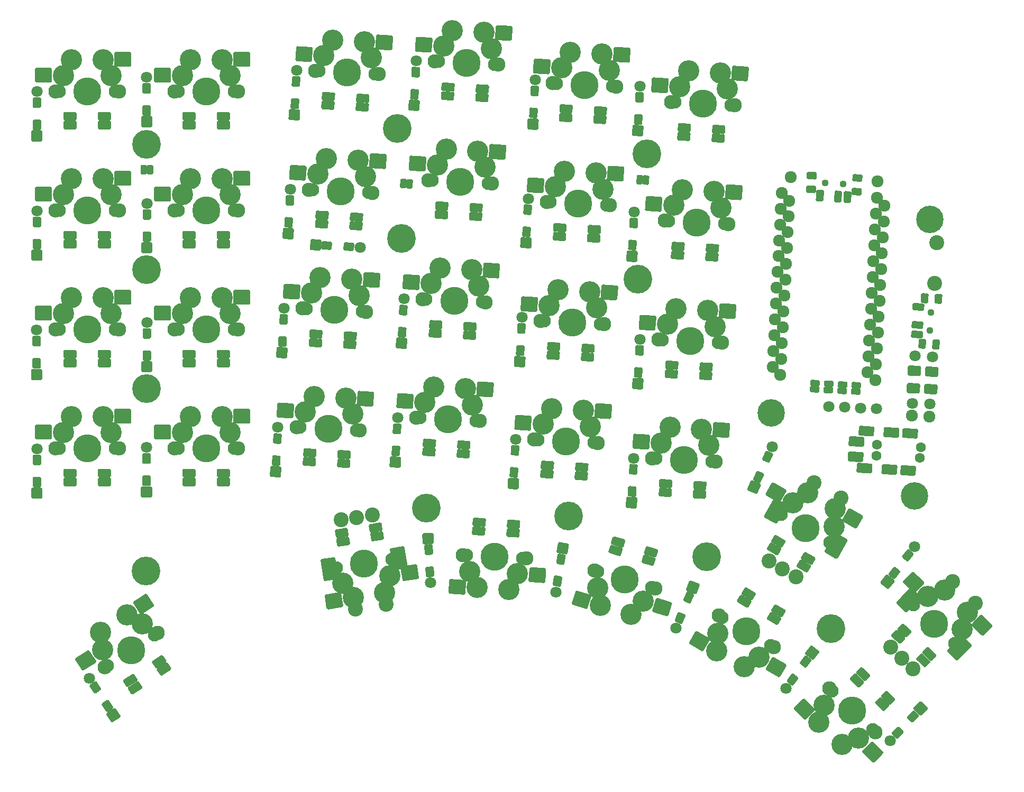
<source format=gbs>
G04 #@! TF.GenerationSoftware,KiCad,Pcbnew,(5.1.12-1-10_14)*
G04 #@! TF.CreationDate,2021-12-17T12:39:00+00:00*
G04 #@! TF.ProjectId,avalanche-hotswap,6176616c-616e-4636-9865-2d686f747377,rev?*
G04 #@! TF.SameCoordinates,Original*
G04 #@! TF.FileFunction,Soldermask,Bot*
G04 #@! TF.FilePolarity,Negative*
%FSLAX46Y46*%
G04 Gerber Fmt 4.6, Leading zero omitted, Abs format (unit mm)*
G04 Created by KiCad (PCBNEW (5.1.12-1-10_14)) date 2021-12-17 12:39:00*
%MOMM*%
%LPD*%
G01*
G04 APERTURE LIST*
%ADD10C,3.400000*%
%ADD11C,4.500000*%
%ADD12C,2.300000*%
%ADD13C,2.100000*%
%ADD14C,4.600000*%
%ADD15C,1.797000*%
%ADD16C,4.400000*%
%ADD17C,1.924000*%
%ADD18C,1.120000*%
%ADD19C,2.400000*%
%ADD20C,1.200000*%
%ADD21C,1.600000*%
G04 APERTURE END LIST*
G36*
G01*
X183129753Y-38203264D02*
X183025081Y-40200523D01*
G75*
G02*
X182814888Y-40389782I-199726J10467D01*
G01*
X180518040Y-40269409D01*
G75*
G02*
X180328781Y-40059216I10467J199726D01*
G01*
X180433453Y-38061957D01*
G75*
G02*
X180643646Y-37872698I199726J-10467D01*
G01*
X182940494Y-37993071D01*
G75*
G02*
X183129753Y-38203264I-10467J-199726D01*
G01*
G37*
D10*
X184912802Y-39338137D03*
X186313995Y-36868085D03*
X192522359Y-39736936D03*
X191387033Y-37133951D03*
D11*
X188584647Y-42074056D03*
D12*
X193657685Y-42339923D03*
X183511609Y-41808189D03*
G36*
G01*
X195945281Y-36331412D02*
X195840609Y-38328671D01*
G75*
G02*
X195630416Y-38517930I-199726J10467D01*
G01*
X193333568Y-38397557D01*
G75*
G02*
X193144309Y-38187364I10467J199726D01*
G01*
X193248981Y-36190105D01*
G75*
G02*
X193459174Y-36000846I199726J-10467D01*
G01*
X195756022Y-36121219D01*
G75*
G02*
X195945281Y-36331412I-10467J-199726D01*
G01*
G37*
D13*
X184090814Y-41838544D03*
X193078480Y-42309568D03*
D14*
X189162253Y-114641158D03*
G36*
G01*
X123171766Y-90286674D02*
X123067094Y-92283933D01*
G75*
G02*
X122856901Y-92473192I-199726J10467D01*
G01*
X120560053Y-92352819D01*
G75*
G02*
X120370794Y-92142626I10467J199726D01*
G01*
X120475466Y-90145367D01*
G75*
G02*
X120685659Y-89956108I199726J-10467D01*
G01*
X122982507Y-90076481D01*
G75*
G02*
X123171766Y-90286674I-10467J-199726D01*
G01*
G37*
D10*
X124954815Y-91421547D03*
X126356008Y-88951495D03*
X132564372Y-91820346D03*
X131429046Y-89217361D03*
D11*
X128626660Y-94157466D03*
D12*
X133699698Y-94423333D03*
X123553622Y-93891599D03*
G36*
G01*
X135987294Y-88414822D02*
X135882622Y-90412081D01*
G75*
G02*
X135672429Y-90601340I-199726J10467D01*
G01*
X133375581Y-90480967D01*
G75*
G02*
X133186322Y-90270774I10467J199726D01*
G01*
X133290994Y-88273515D01*
G75*
G02*
X133501187Y-88084256I199726J-10467D01*
G01*
X135798035Y-88204629D01*
G75*
G02*
X135987294Y-88414822I-10467J-199726D01*
G01*
G37*
D13*
X124132827Y-93921954D03*
X133120493Y-94392978D03*
G36*
G01*
X213630071Y-88731870D02*
X212488638Y-88672050D01*
G75*
G02*
X212299379Y-88461857I10467J199726D01*
G01*
X212332612Y-87827727D01*
G75*
G02*
X212542805Y-87638468I199726J-10467D01*
G01*
X213684238Y-87698288D01*
G75*
G02*
X213873497Y-87908481I-10467J-199726D01*
G01*
X213840264Y-88542611D01*
G75*
G02*
X213630071Y-88731870I-199726J10467D01*
G01*
G37*
G36*
G01*
X213682447Y-87732482D02*
X212541014Y-87672662D01*
G75*
G02*
X212351755Y-87462469I10467J199726D01*
G01*
X212384988Y-86828339D01*
G75*
G02*
X212595181Y-86639080I199726J-10467D01*
G01*
X213736614Y-86698900D01*
G75*
G02*
X213925873Y-86909093I-10467J-199726D01*
G01*
X213892640Y-87543223D01*
G75*
G02*
X213682447Y-87732482I-199726J10467D01*
G01*
G37*
G36*
G01*
X211433086Y-88616731D02*
X210291653Y-88556911D01*
G75*
G02*
X210102394Y-88346718I10467J199726D01*
G01*
X210135627Y-87712588D01*
G75*
G02*
X210345820Y-87523329I199726J-10467D01*
G01*
X211487253Y-87583149D01*
G75*
G02*
X211676512Y-87793342I-10467J-199726D01*
G01*
X211643279Y-88427472D01*
G75*
G02*
X211433086Y-88616731I-199726J10467D01*
G01*
G37*
G36*
G01*
X211485462Y-87617343D02*
X210344029Y-87557523D01*
G75*
G02*
X210154770Y-87347330I10467J199726D01*
G01*
X210188003Y-86713200D01*
G75*
G02*
X210398196Y-86523941I199726J-10467D01*
G01*
X211539629Y-86583761D01*
G75*
G02*
X211728888Y-86793954I-10467J-199726D01*
G01*
X211695655Y-87428084D01*
G75*
G02*
X211485462Y-87617343I-199726J10467D01*
G01*
G37*
G36*
G01*
X209236101Y-88501592D02*
X208094668Y-88441772D01*
G75*
G02*
X207905409Y-88231579I10467J199726D01*
G01*
X207938642Y-87597449D01*
G75*
G02*
X208148835Y-87408190I199726J-10467D01*
G01*
X209290268Y-87468010D01*
G75*
G02*
X209479527Y-87678203I-10467J-199726D01*
G01*
X209446294Y-88312333D01*
G75*
G02*
X209236101Y-88501592I-199726J10467D01*
G01*
G37*
G36*
G01*
X209288477Y-87502204D02*
X208147044Y-87442384D01*
G75*
G02*
X207957785Y-87232191I10467J199726D01*
G01*
X207991018Y-86598061D01*
G75*
G02*
X208201211Y-86408802I199726J-10467D01*
G01*
X209342644Y-86468622D01*
G75*
G02*
X209531903Y-86678815I-10467J-199726D01*
G01*
X209498670Y-87312945D01*
G75*
G02*
X209288477Y-87502204I-199726J10467D01*
G01*
G37*
G36*
G01*
X207039116Y-88386452D02*
X205897683Y-88326632D01*
G75*
G02*
X205708424Y-88116439I10467J199726D01*
G01*
X205741657Y-87482309D01*
G75*
G02*
X205951850Y-87293050I199726J-10467D01*
G01*
X207093283Y-87352870D01*
G75*
G02*
X207282542Y-87563063I-10467J-199726D01*
G01*
X207249309Y-88197193D01*
G75*
G02*
X207039116Y-88386452I-199726J10467D01*
G01*
G37*
G36*
G01*
X207091492Y-87387064D02*
X205950059Y-87327244D01*
G75*
G02*
X205760800Y-87117051I10467J199726D01*
G01*
X205794033Y-86482921D01*
G75*
G02*
X206004226Y-86293662I199726J-10467D01*
G01*
X207145659Y-86353482D01*
G75*
G02*
X207334918Y-86563675I-10467J-199726D01*
G01*
X207301685Y-87197805D01*
G75*
G02*
X207091492Y-87387064I-199726J10467D01*
G01*
G37*
D15*
X208797664Y-90554215D03*
X211334183Y-90687148D03*
X213870703Y-90820082D03*
X216407222Y-90953015D03*
G36*
G01*
X149246157Y-97190735D02*
X149298493Y-96192106D01*
G75*
G02*
X149508686Y-96002847I199726J-10467D01*
G01*
X151206356Y-96091818D01*
G75*
G02*
X151395615Y-96302011I-10467J-199726D01*
G01*
X151343279Y-97300640D01*
G75*
G02*
X151133086Y-97489899I-199726J10467D01*
G01*
X149435416Y-97400928D01*
G75*
G02*
X149246157Y-97190735I10467J199726D01*
G01*
G37*
G36*
G01*
X143753695Y-96902887D02*
X143806031Y-95904258D01*
G75*
G02*
X144016224Y-95714999I199726J-10467D01*
G01*
X145713894Y-95803970D01*
G75*
G02*
X145903153Y-96014163I-10467J-199726D01*
G01*
X145850817Y-97012792D01*
G75*
G02*
X145640624Y-97202051I-199726J10467D01*
G01*
X143942954Y-97113080D01*
G75*
G02*
X143753695Y-96902887I10467J199726D01*
G01*
G37*
G36*
G01*
X149172887Y-98588817D02*
X149225223Y-97590188D01*
G75*
G02*
X149435416Y-97400929I199726J-10467D01*
G01*
X151133086Y-97489900D01*
G75*
G02*
X151322345Y-97700093I-10467J-199726D01*
G01*
X151270009Y-98698722D01*
G75*
G02*
X151059816Y-98887981I-199726J10467D01*
G01*
X149362146Y-98799010D01*
G75*
G02*
X149172887Y-98588817I10467J199726D01*
G01*
G37*
G36*
G01*
X143680425Y-98300969D02*
X143732761Y-97302340D01*
G75*
G02*
X143942954Y-97113081I199726J-10467D01*
G01*
X145640624Y-97202052D01*
G75*
G02*
X145829883Y-97412245I-10467J-199726D01*
G01*
X145777547Y-98410874D01*
G75*
G02*
X145567354Y-98600133I-199726J10467D01*
G01*
X143869684Y-98511162D01*
G75*
G02*
X143680425Y-98300969I10467J199726D01*
G01*
G37*
G36*
G01*
X162216534Y-73256758D02*
X162111862Y-75254017D01*
G75*
G02*
X161901669Y-75443276I-199726J10467D01*
G01*
X159604821Y-75322903D01*
G75*
G02*
X159415562Y-75112710I10467J199726D01*
G01*
X159520234Y-73115451D01*
G75*
G02*
X159730427Y-72926192I199726J-10467D01*
G01*
X162027275Y-73046565D01*
G75*
G02*
X162216534Y-73256758I-10467J-199726D01*
G01*
G37*
D10*
X163999583Y-74391631D03*
X165400776Y-71921579D03*
X171609140Y-74790430D03*
X170473814Y-72187445D03*
D11*
X167671428Y-77127550D03*
D12*
X172744466Y-77393417D03*
X162598390Y-76861683D03*
G36*
G01*
X175032062Y-71384906D02*
X174927390Y-73382165D01*
G75*
G02*
X174717197Y-73571424I-199726J10467D01*
G01*
X172420349Y-73451051D01*
G75*
G02*
X172231090Y-73240858I10467J199726D01*
G01*
X172335762Y-71243599D01*
G75*
G02*
X172545955Y-71054340I199726J-10467D01*
G01*
X174842803Y-71174713D01*
G75*
G02*
X175032062Y-71384906I-10467J-199726D01*
G01*
G37*
D13*
X163177595Y-76892038D03*
X172165261Y-77363062D03*
G36*
G01*
X105291269Y-84105259D02*
X105291269Y-83105259D01*
G75*
G02*
X105491269Y-82905259I200000J0D01*
G01*
X107191269Y-82905259D01*
G75*
G02*
X107391269Y-83105259I0J-200000D01*
G01*
X107391269Y-84105259D01*
G75*
G02*
X107191269Y-84305259I-200000J0D01*
G01*
X105491269Y-84305259D01*
G75*
G02*
X105291269Y-84105259I0J200000D01*
G01*
G37*
G36*
G01*
X110791269Y-84105259D02*
X110791269Y-83105259D01*
G75*
G02*
X110991269Y-82905259I200000J0D01*
G01*
X112691269Y-82905259D01*
G75*
G02*
X112891269Y-83105259I0J-200000D01*
G01*
X112891269Y-84105259D01*
G75*
G02*
X112691269Y-84305259I-200000J0D01*
G01*
X110991269Y-84305259D01*
G75*
G02*
X110791269Y-84105259I0J200000D01*
G01*
G37*
G36*
G01*
X105291269Y-82705259D02*
X105291269Y-81705259D01*
G75*
G02*
X105491269Y-81505259I200000J0D01*
G01*
X107191269Y-81505259D01*
G75*
G02*
X107391269Y-81705259I0J-200000D01*
G01*
X107391269Y-82705259D01*
G75*
G02*
X107191269Y-82905259I-200000J0D01*
G01*
X105491269Y-82905259D01*
G75*
G02*
X105291269Y-82705259I0J200000D01*
G01*
G37*
G36*
G01*
X110791269Y-82705259D02*
X110791269Y-81705259D01*
G75*
G02*
X110991269Y-81505259I200000J0D01*
G01*
X112691269Y-81505259D01*
G75*
G02*
X112891269Y-81705259I0J-200000D01*
G01*
X112891269Y-82705259D01*
G75*
G02*
X112691269Y-82905259I-200000J0D01*
G01*
X110991269Y-82905259D01*
G75*
G02*
X110791269Y-82705259I0J200000D01*
G01*
G37*
G36*
G01*
X204292096Y-114836465D02*
X204792096Y-113970439D01*
G75*
G02*
X205065301Y-113897234I173205J-100000D01*
G01*
X206537545Y-114747234D01*
G75*
G02*
X206610750Y-115020439I-100000J-173205D01*
G01*
X206110750Y-115886465D01*
G75*
G02*
X205837545Y-115959670I-173205J100000D01*
G01*
X204365301Y-115109670D01*
G75*
G02*
X204292096Y-114836465I100000J173205D01*
G01*
G37*
G36*
G01*
X199528956Y-112086465D02*
X200028956Y-111220439D01*
G75*
G02*
X200302161Y-111147234I173205J-100000D01*
G01*
X201774405Y-111997234D01*
G75*
G02*
X201847610Y-112270439I-100000J-173205D01*
G01*
X201347610Y-113136465D01*
G75*
G02*
X201074405Y-113209670I-173205J100000D01*
G01*
X199602161Y-112359670D01*
G75*
G02*
X199528956Y-112086465I100000J173205D01*
G01*
G37*
G36*
G01*
X203592096Y-116048901D02*
X204092096Y-115182875D01*
G75*
G02*
X204365301Y-115109670I173205J-100000D01*
G01*
X205837545Y-115959670D01*
G75*
G02*
X205910750Y-116232875I-100000J-173205D01*
G01*
X205410750Y-117098901D01*
G75*
G02*
X205137545Y-117172106I-173205J100000D01*
G01*
X203665301Y-116322106D01*
G75*
G02*
X203592096Y-116048901I100000J173205D01*
G01*
G37*
G36*
G01*
X198828956Y-113298901D02*
X199328956Y-112432875D01*
G75*
G02*
X199602161Y-112359670I173205J-100000D01*
G01*
X201074405Y-113209670D01*
G75*
G02*
X201147610Y-113482875I-100000J-173205D01*
G01*
X200647610Y-114348901D01*
G75*
G02*
X200374405Y-114422106I-173205J100000D01*
G01*
X198902161Y-113572106D01*
G75*
G02*
X198828956Y-113298901I100000J173205D01*
G01*
G37*
G36*
G01*
X135269824Y-110645030D02*
X135113390Y-109657342D01*
G75*
G02*
X135279641Y-109428517I197538J31287D01*
G01*
X136958711Y-109162579D01*
G75*
G02*
X137187536Y-109328830I31287J-197538D01*
G01*
X137343970Y-110316518D01*
G75*
G02*
X137177719Y-110545343I-197538J-31287D01*
G01*
X135498649Y-110811281D01*
G75*
G02*
X135269824Y-110645030I-31287J197538D01*
G01*
G37*
G36*
G01*
X129837538Y-111505420D02*
X129681104Y-110517732D01*
G75*
G02*
X129847355Y-110288907I197538J31287D01*
G01*
X131526425Y-110022969D01*
G75*
G02*
X131755250Y-110189220I31287J-197538D01*
G01*
X131911684Y-111176908D01*
G75*
G02*
X131745433Y-111405733I-197538J-31287D01*
G01*
X130066363Y-111671671D01*
G75*
G02*
X129837538Y-111505420I-31287J197538D01*
G01*
G37*
G36*
G01*
X135488832Y-112027794D02*
X135332398Y-111040106D01*
G75*
G02*
X135498649Y-110811281I197538J31287D01*
G01*
X137177719Y-110545343D01*
G75*
G02*
X137406544Y-110711594I31287J-197538D01*
G01*
X137562978Y-111699282D01*
G75*
G02*
X137396727Y-111928107I-197538J-31287D01*
G01*
X135717657Y-112194045D01*
G75*
G02*
X135488832Y-112027794I-31287J197538D01*
G01*
G37*
G36*
G01*
X130056546Y-112888184D02*
X129900112Y-111900496D01*
G75*
G02*
X130066363Y-111671671I197538J31287D01*
G01*
X131745433Y-111405733D01*
G75*
G02*
X131974258Y-111571984I31287J-197538D01*
G01*
X132130692Y-112559672D01*
G75*
G02*
X131964441Y-112788497I-197538J-31287D01*
G01*
X130285371Y-113054435D01*
G75*
G02*
X130056546Y-112888184I-31287J197538D01*
G01*
G37*
G36*
G01*
X189049856Y-65680724D02*
X189102192Y-64682095D01*
G75*
G02*
X189312385Y-64492836I199726J-10467D01*
G01*
X191010055Y-64581807D01*
G75*
G02*
X191199314Y-64792000I-10467J-199726D01*
G01*
X191146978Y-65790629D01*
G75*
G02*
X190936785Y-65979888I-199726J10467D01*
G01*
X189239115Y-65890917D01*
G75*
G02*
X189049856Y-65680724I10467J199726D01*
G01*
G37*
G36*
G01*
X183557394Y-65392876D02*
X183609730Y-64394247D01*
G75*
G02*
X183819923Y-64204988I199726J-10467D01*
G01*
X185517593Y-64293959D01*
G75*
G02*
X185706852Y-64504152I-10467J-199726D01*
G01*
X185654516Y-65502781D01*
G75*
G02*
X185444323Y-65692040I-199726J10467D01*
G01*
X183746653Y-65603069D01*
G75*
G02*
X183557394Y-65392876I10467J199726D01*
G01*
G37*
G36*
G01*
X188976586Y-67078806D02*
X189028922Y-66080177D01*
G75*
G02*
X189239115Y-65890918I199726J-10467D01*
G01*
X190936785Y-65979889D01*
G75*
G02*
X191126044Y-66190082I-10467J-199726D01*
G01*
X191073708Y-67188711D01*
G75*
G02*
X190863515Y-67377970I-199726J10467D01*
G01*
X189165845Y-67288999D01*
G75*
G02*
X188976586Y-67078806I10467J199726D01*
G01*
G37*
G36*
G01*
X183484124Y-66790958D02*
X183536460Y-65792329D01*
G75*
G02*
X183746653Y-65603070I199726J-10467D01*
G01*
X185444323Y-65692041D01*
G75*
G02*
X185633582Y-65902234I-10467J-199726D01*
G01*
X185581246Y-66900863D01*
G75*
G02*
X185371053Y-67090122I-199726J10467D01*
G01*
X183673383Y-67001151D01*
G75*
G02*
X183484124Y-66790958I10467J199726D01*
G01*
G37*
G36*
G01*
X100955599Y-132452166D02*
X100410959Y-131613496D01*
G75*
G02*
X100469765Y-131336834I167734J108928D01*
G01*
X101895505Y-130410948D01*
G75*
G02*
X102172167Y-130469754I108928J-167734D01*
G01*
X102716807Y-131308424D01*
G75*
G02*
X102658001Y-131585086I-167734J-108928D01*
G01*
X101232261Y-132510972D01*
G75*
G02*
X100955599Y-132452166I-108928J167734D01*
G01*
G37*
G36*
G01*
X96342911Y-135447681D02*
X95798271Y-134609011D01*
G75*
G02*
X95857077Y-134332349I167734J108928D01*
G01*
X97282817Y-133406463D01*
G75*
G02*
X97559479Y-133465269I108928J-167734D01*
G01*
X98104119Y-134303939D01*
G75*
G02*
X98045313Y-134580601I-167734J-108928D01*
G01*
X96619573Y-135506487D01*
G75*
G02*
X96342911Y-135447681I-108928J167734D01*
G01*
G37*
G36*
G01*
X101718093Y-133626305D02*
X101173453Y-132787635D01*
G75*
G02*
X101232259Y-132510973I167734J108928D01*
G01*
X102657999Y-131585087D01*
G75*
G02*
X102934661Y-131643893I108928J-167734D01*
G01*
X103479301Y-132482563D01*
G75*
G02*
X103420495Y-132759225I-167734J-108928D01*
G01*
X101994755Y-133685111D01*
G75*
G02*
X101718093Y-133626305I-108928J167734D01*
G01*
G37*
G36*
G01*
X97105405Y-136621820D02*
X96560765Y-135783150D01*
G75*
G02*
X96619571Y-135506488I167734J108928D01*
G01*
X98045311Y-134580602D01*
G75*
G02*
X98321973Y-134639408I108928J-167734D01*
G01*
X98866613Y-135478078D01*
G75*
G02*
X98807807Y-135754740I-167734J-108928D01*
G01*
X97382067Y-136680626D01*
G75*
G02*
X97105405Y-136621820I-108928J167734D01*
G01*
G37*
G36*
G01*
X86241279Y-103155249D02*
X86241279Y-102155249D01*
G75*
G02*
X86441279Y-101955249I200000J0D01*
G01*
X88141279Y-101955249D01*
G75*
G02*
X88341279Y-102155249I0J-200000D01*
G01*
X88341279Y-103155249D01*
G75*
G02*
X88141279Y-103355249I-200000J0D01*
G01*
X86441279Y-103355249D01*
G75*
G02*
X86241279Y-103155249I0J200000D01*
G01*
G37*
G36*
G01*
X91741279Y-103155249D02*
X91741279Y-102155249D01*
G75*
G02*
X91941279Y-101955249I200000J0D01*
G01*
X93641279Y-101955249D01*
G75*
G02*
X93841279Y-102155249I0J-200000D01*
G01*
X93841279Y-103155249D01*
G75*
G02*
X93641279Y-103355249I-200000J0D01*
G01*
X91941279Y-103355249D01*
G75*
G02*
X91741279Y-103155249I0J200000D01*
G01*
G37*
G36*
G01*
X86241279Y-101755249D02*
X86241279Y-100755249D01*
G75*
G02*
X86441279Y-100555249I200000J0D01*
G01*
X88141279Y-100555249D01*
G75*
G02*
X88341279Y-100755249I0J-200000D01*
G01*
X88341279Y-101755249D01*
G75*
G02*
X88141279Y-101955249I-200000J0D01*
G01*
X86441279Y-101955249D01*
G75*
G02*
X86241279Y-101755249I0J200000D01*
G01*
G37*
G36*
G01*
X91741279Y-101755249D02*
X91741279Y-100755249D01*
G75*
G02*
X91941279Y-100555249I200000J0D01*
G01*
X93641279Y-100555249D01*
G75*
G02*
X93841279Y-100755249I0J-200000D01*
G01*
X93841279Y-101755249D01*
G75*
G02*
X93641279Y-101955249I-200000J0D01*
G01*
X91941279Y-101955249D01*
G75*
G02*
X91741279Y-101755249I0J200000D01*
G01*
G37*
G36*
G01*
X86241265Y-84105254D02*
X86241265Y-83105254D01*
G75*
G02*
X86441265Y-82905254I200000J0D01*
G01*
X88141265Y-82905254D01*
G75*
G02*
X88341265Y-83105254I0J-200000D01*
G01*
X88341265Y-84105254D01*
G75*
G02*
X88141265Y-84305254I-200000J0D01*
G01*
X86441265Y-84305254D01*
G75*
G02*
X86241265Y-84105254I0J200000D01*
G01*
G37*
G36*
G01*
X91741265Y-84105254D02*
X91741265Y-83105254D01*
G75*
G02*
X91941265Y-82905254I200000J0D01*
G01*
X93641265Y-82905254D01*
G75*
G02*
X93841265Y-83105254I0J-200000D01*
G01*
X93841265Y-84105254D01*
G75*
G02*
X93641265Y-84305254I-200000J0D01*
G01*
X91941265Y-84305254D01*
G75*
G02*
X91741265Y-84105254I0J200000D01*
G01*
G37*
G36*
G01*
X86241265Y-82705254D02*
X86241265Y-81705254D01*
G75*
G02*
X86441265Y-81505254I200000J0D01*
G01*
X88141265Y-81505254D01*
G75*
G02*
X88341265Y-81705254I0J-200000D01*
G01*
X88341265Y-82705254D01*
G75*
G02*
X88141265Y-82905254I-200000J0D01*
G01*
X86441265Y-82905254D01*
G75*
G02*
X86241265Y-82705254I0J200000D01*
G01*
G37*
G36*
G01*
X91741265Y-82705254D02*
X91741265Y-81705254D01*
G75*
G02*
X91941265Y-81505254I200000J0D01*
G01*
X93641265Y-81505254D01*
G75*
G02*
X93841265Y-81705254I0J-200000D01*
G01*
X93841265Y-82705254D01*
G75*
G02*
X93641265Y-82905254I-200000J0D01*
G01*
X91941265Y-82905254D01*
G75*
G02*
X91741265Y-82705254I0J200000D01*
G01*
G37*
G36*
G01*
X86241244Y-65055245D02*
X86241244Y-64055245D01*
G75*
G02*
X86441244Y-63855245I200000J0D01*
G01*
X88141244Y-63855245D01*
G75*
G02*
X88341244Y-64055245I0J-200000D01*
G01*
X88341244Y-65055245D01*
G75*
G02*
X88141244Y-65255245I-200000J0D01*
G01*
X86441244Y-65255245D01*
G75*
G02*
X86241244Y-65055245I0J200000D01*
G01*
G37*
G36*
G01*
X91741244Y-65055245D02*
X91741244Y-64055245D01*
G75*
G02*
X91941244Y-63855245I200000J0D01*
G01*
X93641244Y-63855245D01*
G75*
G02*
X93841244Y-64055245I0J-200000D01*
G01*
X93841244Y-65055245D01*
G75*
G02*
X93641244Y-65255245I-200000J0D01*
G01*
X91941244Y-65255245D01*
G75*
G02*
X91741244Y-65055245I0J200000D01*
G01*
G37*
G36*
G01*
X86241244Y-63655245D02*
X86241244Y-62655245D01*
G75*
G02*
X86441244Y-62455245I200000J0D01*
G01*
X88141244Y-62455245D01*
G75*
G02*
X88341244Y-62655245I0J-200000D01*
G01*
X88341244Y-63655245D01*
G75*
G02*
X88141244Y-63855245I-200000J0D01*
G01*
X86441244Y-63855245D01*
G75*
G02*
X86241244Y-63655245I0J200000D01*
G01*
G37*
G36*
G01*
X91741244Y-63655245D02*
X91741244Y-62655245D01*
G75*
G02*
X91941244Y-62455245I200000J0D01*
G01*
X93641244Y-62455245D01*
G75*
G02*
X93841244Y-62655245I0J-200000D01*
G01*
X93841244Y-63655245D01*
G75*
G02*
X93641244Y-63855245I-200000J0D01*
G01*
X91941244Y-63855245D01*
G75*
G02*
X91741244Y-63655245I0J200000D01*
G01*
G37*
G36*
G01*
X86241291Y-46005255D02*
X86241291Y-45005255D01*
G75*
G02*
X86441291Y-44805255I200000J0D01*
G01*
X88141291Y-44805255D01*
G75*
G02*
X88341291Y-45005255I0J-200000D01*
G01*
X88341291Y-46005255D01*
G75*
G02*
X88141291Y-46205255I-200000J0D01*
G01*
X86441291Y-46205255D01*
G75*
G02*
X86241291Y-46005255I0J200000D01*
G01*
G37*
G36*
G01*
X91741291Y-46005255D02*
X91741291Y-45005255D01*
G75*
G02*
X91941291Y-44805255I200000J0D01*
G01*
X93641291Y-44805255D01*
G75*
G02*
X93841291Y-45005255I0J-200000D01*
G01*
X93841291Y-46005255D01*
G75*
G02*
X93641291Y-46205255I-200000J0D01*
G01*
X91941291Y-46205255D01*
G75*
G02*
X91741291Y-46005255I0J200000D01*
G01*
G37*
G36*
G01*
X86241291Y-44605255D02*
X86241291Y-43605255D01*
G75*
G02*
X86441291Y-43405255I200000J0D01*
G01*
X88141291Y-43405255D01*
G75*
G02*
X88341291Y-43605255I0J-200000D01*
G01*
X88341291Y-44605255D01*
G75*
G02*
X88141291Y-44805255I-200000J0D01*
G01*
X86441291Y-44805255D01*
G75*
G02*
X86241291Y-44605255I0J200000D01*
G01*
G37*
G36*
G01*
X91741291Y-44605255D02*
X91741291Y-43605255D01*
G75*
G02*
X91941291Y-43405255I200000J0D01*
G01*
X93641291Y-43405255D01*
G75*
G02*
X93841291Y-43605255I0J-200000D01*
G01*
X93841291Y-44605255D01*
G75*
G02*
X93641291Y-44805255I-200000J0D01*
G01*
X91941291Y-44805255D01*
G75*
G02*
X91741291Y-44605255I0J200000D01*
G01*
G37*
G36*
G01*
X105291266Y-46005254D02*
X105291266Y-45005254D01*
G75*
G02*
X105491266Y-44805254I200000J0D01*
G01*
X107191266Y-44805254D01*
G75*
G02*
X107391266Y-45005254I0J-200000D01*
G01*
X107391266Y-46005254D01*
G75*
G02*
X107191266Y-46205254I-200000J0D01*
G01*
X105491266Y-46205254D01*
G75*
G02*
X105291266Y-46005254I0J200000D01*
G01*
G37*
G36*
G01*
X110791266Y-46005254D02*
X110791266Y-45005254D01*
G75*
G02*
X110991266Y-44805254I200000J0D01*
G01*
X112691266Y-44805254D01*
G75*
G02*
X112891266Y-45005254I0J-200000D01*
G01*
X112891266Y-46005254D01*
G75*
G02*
X112691266Y-46205254I-200000J0D01*
G01*
X110991266Y-46205254D01*
G75*
G02*
X110791266Y-46005254I0J200000D01*
G01*
G37*
G36*
G01*
X105291266Y-44605254D02*
X105291266Y-43605254D01*
G75*
G02*
X105491266Y-43405254I200000J0D01*
G01*
X107191266Y-43405254D01*
G75*
G02*
X107391266Y-43605254I0J-200000D01*
G01*
X107391266Y-44605254D01*
G75*
G02*
X107191266Y-44805254I-200000J0D01*
G01*
X105491266Y-44805254D01*
G75*
G02*
X105291266Y-44605254I0J200000D01*
G01*
G37*
G36*
G01*
X110791266Y-44605254D02*
X110791266Y-43605254D01*
G75*
G02*
X110991266Y-43405254I200000J0D01*
G01*
X112691266Y-43405254D01*
G75*
G02*
X112891266Y-43605254I0J-200000D01*
G01*
X112891266Y-44605254D01*
G75*
G02*
X112691266Y-44805254I-200000J0D01*
G01*
X110991266Y-44805254D01*
G75*
G02*
X110791266Y-44605254I0J200000D01*
G01*
G37*
G36*
G01*
X105291269Y-65055231D02*
X105291269Y-64055231D01*
G75*
G02*
X105491269Y-63855231I200000J0D01*
G01*
X107191269Y-63855231D01*
G75*
G02*
X107391269Y-64055231I0J-200000D01*
G01*
X107391269Y-65055231D01*
G75*
G02*
X107191269Y-65255231I-200000J0D01*
G01*
X105491269Y-65255231D01*
G75*
G02*
X105291269Y-65055231I0J200000D01*
G01*
G37*
G36*
G01*
X110791269Y-65055231D02*
X110791269Y-64055231D01*
G75*
G02*
X110991269Y-63855231I200000J0D01*
G01*
X112691269Y-63855231D01*
G75*
G02*
X112891269Y-64055231I0J-200000D01*
G01*
X112891269Y-65055231D01*
G75*
G02*
X112691269Y-65255231I-200000J0D01*
G01*
X110991269Y-65255231D01*
G75*
G02*
X110791269Y-65055231I0J200000D01*
G01*
G37*
G36*
G01*
X105291269Y-63655231D02*
X105291269Y-62655231D01*
G75*
G02*
X105491269Y-62455231I200000J0D01*
G01*
X107191269Y-62455231D01*
G75*
G02*
X107391269Y-62655231I0J-200000D01*
G01*
X107391269Y-63655231D01*
G75*
G02*
X107191269Y-63855231I-200000J0D01*
G01*
X105491269Y-63855231D01*
G75*
G02*
X105291269Y-63655231I0J200000D01*
G01*
G37*
G36*
G01*
X110791269Y-63655231D02*
X110791269Y-62655231D01*
G75*
G02*
X110991269Y-62455231I200000J0D01*
G01*
X112691269Y-62455231D01*
G75*
G02*
X112891269Y-62655231I0J-200000D01*
G01*
X112891269Y-63655231D01*
G75*
G02*
X112691269Y-63855231I-200000J0D01*
G01*
X110991269Y-63855231D01*
G75*
G02*
X110791269Y-63655231I0J200000D01*
G01*
G37*
G36*
G01*
X105291286Y-103155273D02*
X105291286Y-102155273D01*
G75*
G02*
X105491286Y-101955273I200000J0D01*
G01*
X107191286Y-101955273D01*
G75*
G02*
X107391286Y-102155273I0J-200000D01*
G01*
X107391286Y-103155273D01*
G75*
G02*
X107191286Y-103355273I-200000J0D01*
G01*
X105491286Y-103355273D01*
G75*
G02*
X105291286Y-103155273I0J200000D01*
G01*
G37*
G36*
G01*
X110791286Y-103155273D02*
X110791286Y-102155273D01*
G75*
G02*
X110991286Y-101955273I200000J0D01*
G01*
X112691286Y-101955273D01*
G75*
G02*
X112891286Y-102155273I0J-200000D01*
G01*
X112891286Y-103155273D01*
G75*
G02*
X112691286Y-103355273I-200000J0D01*
G01*
X110991286Y-103355273D01*
G75*
G02*
X110791286Y-103155273I0J200000D01*
G01*
G37*
G36*
G01*
X105291286Y-101755273D02*
X105291286Y-100755273D01*
G75*
G02*
X105491286Y-100555273I200000J0D01*
G01*
X107191286Y-100555273D01*
G75*
G02*
X107391286Y-100755273I0J-200000D01*
G01*
X107391286Y-101755273D01*
G75*
G02*
X107191286Y-101955273I-200000J0D01*
G01*
X105491286Y-101955273D01*
G75*
G02*
X105291286Y-101755273I0J200000D01*
G01*
G37*
G36*
G01*
X110791286Y-101755273D02*
X110791286Y-100755273D01*
G75*
G02*
X110991286Y-100555273I200000J0D01*
G01*
X112691286Y-100555273D01*
G75*
G02*
X112891286Y-100755273I0J-200000D01*
G01*
X112891286Y-101755273D01*
G75*
G02*
X112691286Y-101955273I-200000J0D01*
G01*
X110991286Y-101955273D01*
G75*
G02*
X110791286Y-101755273I0J200000D01*
G01*
G37*
G36*
G01*
X130088821Y-98740288D02*
X130141157Y-97741659D01*
G75*
G02*
X130351350Y-97552400I199726J-10467D01*
G01*
X132049020Y-97641371D01*
G75*
G02*
X132238279Y-97851564I-10467J-199726D01*
G01*
X132185943Y-98850193D01*
G75*
G02*
X131975750Y-99039452I-199726J10467D01*
G01*
X130278080Y-98950481D01*
G75*
G02*
X130088821Y-98740288I10467J199726D01*
G01*
G37*
G36*
G01*
X124596359Y-98452440D02*
X124648695Y-97453811D01*
G75*
G02*
X124858888Y-97264552I199726J-10467D01*
G01*
X126556558Y-97353523D01*
G75*
G02*
X126745817Y-97563716I-10467J-199726D01*
G01*
X126693481Y-98562345D01*
G75*
G02*
X126483288Y-98751604I-199726J10467D01*
G01*
X124785618Y-98662633D01*
G75*
G02*
X124596359Y-98452440I10467J199726D01*
G01*
G37*
G36*
G01*
X130015551Y-100138370D02*
X130067887Y-99139741D01*
G75*
G02*
X130278080Y-98950482I199726J-10467D01*
G01*
X131975750Y-99039453D01*
G75*
G02*
X132165009Y-99249646I-10467J-199726D01*
G01*
X132112673Y-100248275D01*
G75*
G02*
X131902480Y-100437534I-199726J10467D01*
G01*
X130204810Y-100348563D01*
G75*
G02*
X130015551Y-100138370I10467J199726D01*
G01*
G37*
G36*
G01*
X124523089Y-99850522D02*
X124575425Y-98851893D01*
G75*
G02*
X124785618Y-98662634I199726J-10467D01*
G01*
X126483288Y-98751605D01*
G75*
G02*
X126672547Y-98961798I-10467J-199726D01*
G01*
X126620211Y-99960427D01*
G75*
G02*
X126410018Y-100149686I-199726J10467D01*
G01*
X124712348Y-100060715D01*
G75*
G02*
X124523089Y-99850522I10467J199726D01*
G01*
G37*
G36*
G01*
X131085811Y-79716381D02*
X131138147Y-78717752D01*
G75*
G02*
X131348340Y-78528493I199726J-10467D01*
G01*
X133046010Y-78617464D01*
G75*
G02*
X133235269Y-78827657I-10467J-199726D01*
G01*
X133182933Y-79826286D01*
G75*
G02*
X132972740Y-80015545I-199726J10467D01*
G01*
X131275070Y-79926574D01*
G75*
G02*
X131085811Y-79716381I10467J199726D01*
G01*
G37*
G36*
G01*
X125593349Y-79428533D02*
X125645685Y-78429904D01*
G75*
G02*
X125855878Y-78240645I199726J-10467D01*
G01*
X127553548Y-78329616D01*
G75*
G02*
X127742807Y-78539809I-10467J-199726D01*
G01*
X127690471Y-79538438D01*
G75*
G02*
X127480278Y-79727697I-199726J10467D01*
G01*
X125782608Y-79638726D01*
G75*
G02*
X125593349Y-79428533I10467J199726D01*
G01*
G37*
G36*
G01*
X131012541Y-81114463D02*
X131064877Y-80115834D01*
G75*
G02*
X131275070Y-79926575I199726J-10467D01*
G01*
X132972740Y-80015546D01*
G75*
G02*
X133161999Y-80225739I-10467J-199726D01*
G01*
X133109663Y-81224368D01*
G75*
G02*
X132899470Y-81413627I-199726J10467D01*
G01*
X131201800Y-81324656D01*
G75*
G02*
X131012541Y-81114463I10467J199726D01*
G01*
G37*
G36*
G01*
X125520079Y-80826615D02*
X125572415Y-79827986D01*
G75*
G02*
X125782608Y-79638727I199726J-10467D01*
G01*
X127480278Y-79727698D01*
G75*
G02*
X127669537Y-79937891I-10467J-199726D01*
G01*
X127617201Y-80936520D01*
G75*
G02*
X127407008Y-81125779I-199726J10467D01*
G01*
X125709338Y-81036808D01*
G75*
G02*
X125520079Y-80826615I10467J199726D01*
G01*
G37*
G36*
G01*
X132082822Y-60692457D02*
X132135158Y-59693828D01*
G75*
G02*
X132345351Y-59504569I199726J-10467D01*
G01*
X134043021Y-59593540D01*
G75*
G02*
X134232280Y-59803733I-10467J-199726D01*
G01*
X134179944Y-60802362D01*
G75*
G02*
X133969751Y-60991621I-199726J10467D01*
G01*
X132272081Y-60902650D01*
G75*
G02*
X132082822Y-60692457I10467J199726D01*
G01*
G37*
G36*
G01*
X126590360Y-60404609D02*
X126642696Y-59405980D01*
G75*
G02*
X126852889Y-59216721I199726J-10467D01*
G01*
X128550559Y-59305692D01*
G75*
G02*
X128739818Y-59515885I-10467J-199726D01*
G01*
X128687482Y-60514514D01*
G75*
G02*
X128477289Y-60703773I-199726J10467D01*
G01*
X126779619Y-60614802D01*
G75*
G02*
X126590360Y-60404609I10467J199726D01*
G01*
G37*
G36*
G01*
X132009552Y-62090539D02*
X132061888Y-61091910D01*
G75*
G02*
X132272081Y-60902651I199726J-10467D01*
G01*
X133969751Y-60991622D01*
G75*
G02*
X134159010Y-61201815I-10467J-199726D01*
G01*
X134106674Y-62200444D01*
G75*
G02*
X133896481Y-62389703I-199726J10467D01*
G01*
X132198811Y-62300732D01*
G75*
G02*
X132009552Y-62090539I10467J199726D01*
G01*
G37*
G36*
G01*
X126517090Y-61802691D02*
X126569426Y-60804062D01*
G75*
G02*
X126779619Y-60614803I199726J-10467D01*
G01*
X128477289Y-60703774D01*
G75*
G02*
X128666548Y-60913967I-10467J-199726D01*
G01*
X128614212Y-61912596D01*
G75*
G02*
X128404019Y-62101855I-199726J10467D01*
G01*
X126706349Y-62012884D01*
G75*
G02*
X126517090Y-61802691I10467J199726D01*
G01*
G37*
G36*
G01*
X133079829Y-41668601D02*
X133132165Y-40669972D01*
G75*
G02*
X133342358Y-40480713I199726J-10467D01*
G01*
X135040028Y-40569684D01*
G75*
G02*
X135229287Y-40779877I-10467J-199726D01*
G01*
X135176951Y-41778506D01*
G75*
G02*
X134966758Y-41967765I-199726J10467D01*
G01*
X133269088Y-41878794D01*
G75*
G02*
X133079829Y-41668601I10467J199726D01*
G01*
G37*
G36*
G01*
X127587367Y-41380753D02*
X127639703Y-40382124D01*
G75*
G02*
X127849896Y-40192865I199726J-10467D01*
G01*
X129547566Y-40281836D01*
G75*
G02*
X129736825Y-40492029I-10467J-199726D01*
G01*
X129684489Y-41490658D01*
G75*
G02*
X129474296Y-41679917I-199726J10467D01*
G01*
X127776626Y-41590946D01*
G75*
G02*
X127587367Y-41380753I10467J199726D01*
G01*
G37*
G36*
G01*
X133006559Y-43066683D02*
X133058895Y-42068054D01*
G75*
G02*
X133269088Y-41878795I199726J-10467D01*
G01*
X134966758Y-41967766D01*
G75*
G02*
X135156017Y-42177959I-10467J-199726D01*
G01*
X135103681Y-43176588D01*
G75*
G02*
X134893488Y-43365847I-199726J10467D01*
G01*
X133195818Y-43276876D01*
G75*
G02*
X133006559Y-43066683I10467J199726D01*
G01*
G37*
G36*
G01*
X127514097Y-42778835D02*
X127566433Y-41780206D01*
G75*
G02*
X127776626Y-41590947I199726J-10467D01*
G01*
X129474296Y-41679918D01*
G75*
G02*
X129663555Y-41890111I-10467J-199726D01*
G01*
X129611219Y-42888740D01*
G75*
G02*
X129401026Y-43077999I-199726J10467D01*
G01*
X127703356Y-42989028D01*
G75*
G02*
X127514097Y-42778835I10467J199726D01*
G01*
G37*
G36*
G01*
X152234565Y-40169026D02*
X152286901Y-39170397D01*
G75*
G02*
X152497094Y-38981138I199726J-10467D01*
G01*
X154194764Y-39070109D01*
G75*
G02*
X154384023Y-39280302I-10467J-199726D01*
G01*
X154331687Y-40278931D01*
G75*
G02*
X154121494Y-40468190I-199726J10467D01*
G01*
X152423824Y-40379219D01*
G75*
G02*
X152234565Y-40169026I10467J199726D01*
G01*
G37*
G36*
G01*
X146742103Y-39881178D02*
X146794439Y-38882549D01*
G75*
G02*
X147004632Y-38693290I199726J-10467D01*
G01*
X148702302Y-38782261D01*
G75*
G02*
X148891561Y-38992454I-10467J-199726D01*
G01*
X148839225Y-39991083D01*
G75*
G02*
X148629032Y-40180342I-199726J10467D01*
G01*
X146931362Y-40091371D01*
G75*
G02*
X146742103Y-39881178I10467J199726D01*
G01*
G37*
G36*
G01*
X152161295Y-41567108D02*
X152213631Y-40568479D01*
G75*
G02*
X152423824Y-40379220I199726J-10467D01*
G01*
X154121494Y-40468191D01*
G75*
G02*
X154310753Y-40678384I-10467J-199726D01*
G01*
X154258417Y-41677013D01*
G75*
G02*
X154048224Y-41866272I-199726J10467D01*
G01*
X152350554Y-41777301D01*
G75*
G02*
X152161295Y-41567108I10467J199726D01*
G01*
G37*
G36*
G01*
X146668833Y-41279260D02*
X146721169Y-40280631D01*
G75*
G02*
X146931362Y-40091372I199726J-10467D01*
G01*
X148629032Y-40180343D01*
G75*
G02*
X148818291Y-40390536I-10467J-199726D01*
G01*
X148765955Y-41389165D01*
G75*
G02*
X148555762Y-41578424I-199726J10467D01*
G01*
X146858092Y-41489453D01*
G75*
G02*
X146668833Y-41279260I10467J199726D01*
G01*
G37*
G36*
G01*
X151237528Y-59192912D02*
X151289864Y-58194283D01*
G75*
G02*
X151500057Y-58005024I199726J-10467D01*
G01*
X153197727Y-58093995D01*
G75*
G02*
X153386986Y-58304188I-10467J-199726D01*
G01*
X153334650Y-59302817D01*
G75*
G02*
X153124457Y-59492076I-199726J10467D01*
G01*
X151426787Y-59403105D01*
G75*
G02*
X151237528Y-59192912I10467J199726D01*
G01*
G37*
G36*
G01*
X145745066Y-58905064D02*
X145797402Y-57906435D01*
G75*
G02*
X146007595Y-57717176I199726J-10467D01*
G01*
X147705265Y-57806147D01*
G75*
G02*
X147894524Y-58016340I-10467J-199726D01*
G01*
X147842188Y-59014969D01*
G75*
G02*
X147631995Y-59204228I-199726J10467D01*
G01*
X145934325Y-59115257D01*
G75*
G02*
X145745066Y-58905064I10467J199726D01*
G01*
G37*
G36*
G01*
X151164258Y-60590994D02*
X151216594Y-59592365D01*
G75*
G02*
X151426787Y-59403106I199726J-10467D01*
G01*
X153124457Y-59492077D01*
G75*
G02*
X153313716Y-59702270I-10467J-199726D01*
G01*
X153261380Y-60700899D01*
G75*
G02*
X153051187Y-60890158I-199726J10467D01*
G01*
X151353517Y-60801187D01*
G75*
G02*
X151164258Y-60590994I10467J199726D01*
G01*
G37*
G36*
G01*
X145671796Y-60303146D02*
X145724132Y-59304517D01*
G75*
G02*
X145934325Y-59115258I199726J-10467D01*
G01*
X147631995Y-59204229D01*
G75*
G02*
X147821254Y-59414422I-10467J-199726D01*
G01*
X147768918Y-60413051D01*
G75*
G02*
X147558725Y-60602310I-199726J10467D01*
G01*
X145861055Y-60513339D01*
G75*
G02*
X145671796Y-60303146I10467J199726D01*
G01*
G37*
G36*
G01*
X150240556Y-78216803D02*
X150292892Y-77218174D01*
G75*
G02*
X150503085Y-77028915I199726J-10467D01*
G01*
X152200755Y-77117886D01*
G75*
G02*
X152390014Y-77328079I-10467J-199726D01*
G01*
X152337678Y-78326708D01*
G75*
G02*
X152127485Y-78515967I-199726J10467D01*
G01*
X150429815Y-78426996D01*
G75*
G02*
X150240556Y-78216803I10467J199726D01*
G01*
G37*
G36*
G01*
X144748094Y-77928955D02*
X144800430Y-76930326D01*
G75*
G02*
X145010623Y-76741067I199726J-10467D01*
G01*
X146708293Y-76830038D01*
G75*
G02*
X146897552Y-77040231I-10467J-199726D01*
G01*
X146845216Y-78038860D01*
G75*
G02*
X146635023Y-78228119I-199726J10467D01*
G01*
X144937353Y-78139148D01*
G75*
G02*
X144748094Y-77928955I10467J199726D01*
G01*
G37*
G36*
G01*
X150167286Y-79614885D02*
X150219622Y-78616256D01*
G75*
G02*
X150429815Y-78426997I199726J-10467D01*
G01*
X152127485Y-78515968D01*
G75*
G02*
X152316744Y-78726161I-10467J-199726D01*
G01*
X152264408Y-79724790D01*
G75*
G02*
X152054215Y-79914049I-199726J10467D01*
G01*
X150356545Y-79825078D01*
G75*
G02*
X150167286Y-79614885I10467J199726D01*
G01*
G37*
G36*
G01*
X144674824Y-79327037D02*
X144727160Y-78328408D01*
G75*
G02*
X144937353Y-78139149I199726J-10467D01*
G01*
X146635023Y-78228120D01*
G75*
G02*
X146824282Y-78438313I-10467J-199726D01*
G01*
X146771946Y-79436942D01*
G75*
G02*
X146561753Y-79626201I-199726J10467D01*
G01*
X144864083Y-79537230D01*
G75*
G02*
X144674824Y-79327037I10467J199726D01*
G01*
G37*
G36*
G01*
X157214432Y-109859426D02*
X157266768Y-108860797D01*
G75*
G02*
X157476961Y-108671538I199726J-10467D01*
G01*
X159174631Y-108760509D01*
G75*
G02*
X159363890Y-108970702I-10467J-199726D01*
G01*
X159311554Y-109969331D01*
G75*
G02*
X159101361Y-110158590I-199726J10467D01*
G01*
X157403691Y-110069619D01*
G75*
G02*
X157214432Y-109859426I10467J199726D01*
G01*
G37*
G36*
G01*
X151721970Y-109571578D02*
X151774306Y-108572949D01*
G75*
G02*
X151984499Y-108383690I199726J-10467D01*
G01*
X153682169Y-108472661D01*
G75*
G02*
X153871428Y-108682854I-10467J-199726D01*
G01*
X153819092Y-109681483D01*
G75*
G02*
X153608899Y-109870742I-199726J10467D01*
G01*
X151911229Y-109781771D01*
G75*
G02*
X151721970Y-109571578I10467J199726D01*
G01*
G37*
G36*
G01*
X157141162Y-111257508D02*
X157193498Y-110258879D01*
G75*
G02*
X157403691Y-110069620I199726J-10467D01*
G01*
X159101361Y-110158591D01*
G75*
G02*
X159290620Y-110368784I-10467J-199726D01*
G01*
X159238284Y-111367413D01*
G75*
G02*
X159028091Y-111556672I-199726J10467D01*
G01*
X157330421Y-111467701D01*
G75*
G02*
X157141162Y-111257508I10467J199726D01*
G01*
G37*
G36*
G01*
X151648700Y-110969660D02*
X151701036Y-109971031D01*
G75*
G02*
X151911229Y-109781772I199726J-10467D01*
G01*
X153608899Y-109870743D01*
G75*
G02*
X153798158Y-110080936I-10467J-199726D01*
G01*
X153745822Y-111079565D01*
G75*
G02*
X153535629Y-111268824I-199726J10467D01*
G01*
X151837959Y-111179853D01*
G75*
G02*
X151648700Y-110969660I10467J199726D01*
G01*
G37*
G36*
G01*
X179154070Y-114042100D02*
X179438085Y-113083280D01*
G75*
G02*
X179686652Y-112948319I191764J-56803D01*
G01*
X181316645Y-113431145D01*
G75*
G02*
X181451606Y-113679712I-56803J-191764D01*
G01*
X181167591Y-114638532D01*
G75*
G02*
X180919024Y-114773493I-191764J56803D01*
G01*
X179289031Y-114290667D01*
G75*
G02*
X179154070Y-114042100I56803J191764D01*
G01*
G37*
G36*
G01*
X173880561Y-112480016D02*
X174164576Y-111521196D01*
G75*
G02*
X174413143Y-111386235I191764J-56803D01*
G01*
X176043136Y-111869061D01*
G75*
G02*
X176178097Y-112117628I-56803J-191764D01*
G01*
X175894082Y-113076448D01*
G75*
G02*
X175645515Y-113211409I-191764J56803D01*
G01*
X174015522Y-112728583D01*
G75*
G02*
X173880561Y-112480016I56803J191764D01*
G01*
G37*
G36*
G01*
X178756449Y-115384448D02*
X179040464Y-114425628D01*
G75*
G02*
X179289031Y-114290667I191764J-56803D01*
G01*
X180919024Y-114773493D01*
G75*
G02*
X181053985Y-115022060I-56803J-191764D01*
G01*
X180769970Y-115980880D01*
G75*
G02*
X180521403Y-116115841I-191764J56803D01*
G01*
X178891410Y-115633015D01*
G75*
G02*
X178756449Y-115384448I56803J191764D01*
G01*
G37*
G36*
G01*
X173482940Y-113822364D02*
X173766955Y-112863544D01*
G75*
G02*
X174015522Y-112728583I191764J-56803D01*
G01*
X175645515Y-113211409D01*
G75*
G02*
X175780476Y-113459976I-56803J-191764D01*
G01*
X175496461Y-114418796D01*
G75*
G02*
X175247894Y-114553757I-191764J56803D01*
G01*
X173617901Y-114070931D01*
G75*
G02*
X173482940Y-113822364I56803J191764D01*
G01*
G37*
G36*
G01*
X168136642Y-100734250D02*
X168188978Y-99735621D01*
G75*
G02*
X168399171Y-99546362I199726J-10467D01*
G01*
X170096841Y-99635333D01*
G75*
G02*
X170286100Y-99845526I-10467J-199726D01*
G01*
X170233764Y-100844155D01*
G75*
G02*
X170023571Y-101033414I-199726J10467D01*
G01*
X168325901Y-100944443D01*
G75*
G02*
X168136642Y-100734250I10467J199726D01*
G01*
G37*
G36*
G01*
X162644180Y-100446402D02*
X162696516Y-99447773D01*
G75*
G02*
X162906709Y-99258514I199726J-10467D01*
G01*
X164604379Y-99347485D01*
G75*
G02*
X164793638Y-99557678I-10467J-199726D01*
G01*
X164741302Y-100556307D01*
G75*
G02*
X164531109Y-100745566I-199726J10467D01*
G01*
X162833439Y-100656595D01*
G75*
G02*
X162644180Y-100446402I10467J199726D01*
G01*
G37*
G36*
G01*
X168063372Y-102132332D02*
X168115708Y-101133703D01*
G75*
G02*
X168325901Y-100944444I199726J-10467D01*
G01*
X170023571Y-101033415D01*
G75*
G02*
X170212830Y-101243608I-10467J-199726D01*
G01*
X170160494Y-102242237D01*
G75*
G02*
X169950301Y-102431496I-199726J10467D01*
G01*
X168252631Y-102342525D01*
G75*
G02*
X168063372Y-102132332I10467J199726D01*
G01*
G37*
G36*
G01*
X162570910Y-101844484D02*
X162623246Y-100845855D01*
G75*
G02*
X162833439Y-100656596I199726J-10467D01*
G01*
X164531109Y-100745567D01*
G75*
G02*
X164720368Y-100955760I-10467J-199726D01*
G01*
X164668032Y-101954389D01*
G75*
G02*
X164457839Y-102143648I-199726J10467D01*
G01*
X162760169Y-102054677D01*
G75*
G02*
X162570910Y-101844484I10467J199726D01*
G01*
G37*
G36*
G01*
X169133623Y-81710359D02*
X169185959Y-80711730D01*
G75*
G02*
X169396152Y-80522471I199726J-10467D01*
G01*
X171093822Y-80611442D01*
G75*
G02*
X171283081Y-80821635I-10467J-199726D01*
G01*
X171230745Y-81820264D01*
G75*
G02*
X171020552Y-82009523I-199726J10467D01*
G01*
X169322882Y-81920552D01*
G75*
G02*
X169133623Y-81710359I10467J199726D01*
G01*
G37*
G36*
G01*
X163641161Y-81422511D02*
X163693497Y-80423882D01*
G75*
G02*
X163903690Y-80234623I199726J-10467D01*
G01*
X165601360Y-80323594D01*
G75*
G02*
X165790619Y-80533787I-10467J-199726D01*
G01*
X165738283Y-81532416D01*
G75*
G02*
X165528090Y-81721675I-199726J10467D01*
G01*
X163830420Y-81632704D01*
G75*
G02*
X163641161Y-81422511I10467J199726D01*
G01*
G37*
G36*
G01*
X169060353Y-83108441D02*
X169112689Y-82109812D01*
G75*
G02*
X169322882Y-81920553I199726J-10467D01*
G01*
X171020552Y-82009524D01*
G75*
G02*
X171209811Y-82219717I-10467J-199726D01*
G01*
X171157475Y-83218346D01*
G75*
G02*
X170947282Y-83407605I-199726J10467D01*
G01*
X169249612Y-83318634D01*
G75*
G02*
X169060353Y-83108441I10467J199726D01*
G01*
G37*
G36*
G01*
X163567891Y-82820593D02*
X163620227Y-81821964D01*
G75*
G02*
X163830420Y-81632705I199726J-10467D01*
G01*
X165528090Y-81721676D01*
G75*
G02*
X165717349Y-81931869I-10467J-199726D01*
G01*
X165665013Y-82930498D01*
G75*
G02*
X165454820Y-83119757I-199726J10467D01*
G01*
X163757150Y-83030786D01*
G75*
G02*
X163567891Y-82820593I10467J199726D01*
G01*
G37*
G36*
G01*
X170130603Y-62686487D02*
X170182939Y-61687858D01*
G75*
G02*
X170393132Y-61498599I199726J-10467D01*
G01*
X172090802Y-61587570D01*
G75*
G02*
X172280061Y-61797763I-10467J-199726D01*
G01*
X172227725Y-62796392D01*
G75*
G02*
X172017532Y-62985651I-199726J10467D01*
G01*
X170319862Y-62896680D01*
G75*
G02*
X170130603Y-62686487I10467J199726D01*
G01*
G37*
G36*
G01*
X164638141Y-62398639D02*
X164690477Y-61400010D01*
G75*
G02*
X164900670Y-61210751I199726J-10467D01*
G01*
X166598340Y-61299722D01*
G75*
G02*
X166787599Y-61509915I-10467J-199726D01*
G01*
X166735263Y-62508544D01*
G75*
G02*
X166525070Y-62697803I-199726J10467D01*
G01*
X164827400Y-62608832D01*
G75*
G02*
X164638141Y-62398639I10467J199726D01*
G01*
G37*
G36*
G01*
X170057333Y-64084569D02*
X170109669Y-63085940D01*
G75*
G02*
X170319862Y-62896681I199726J-10467D01*
G01*
X172017532Y-62985652D01*
G75*
G02*
X172206791Y-63195845I-10467J-199726D01*
G01*
X172154455Y-64194474D01*
G75*
G02*
X171944262Y-64383733I-199726J10467D01*
G01*
X170246592Y-64294762D01*
G75*
G02*
X170057333Y-64084569I10467J199726D01*
G01*
G37*
G36*
G01*
X164564871Y-63796721D02*
X164617207Y-62798092D01*
G75*
G02*
X164827400Y-62608833I199726J-10467D01*
G01*
X166525070Y-62697804D01*
G75*
G02*
X166714329Y-62907997I-10467J-199726D01*
G01*
X166661993Y-63906626D01*
G75*
G02*
X166451800Y-64095885I-199726J10467D01*
G01*
X164754130Y-64006914D01*
G75*
G02*
X164564871Y-63796721I10467J199726D01*
G01*
G37*
G36*
G01*
X171127608Y-43662582D02*
X171179944Y-42663953D01*
G75*
G02*
X171390137Y-42474694I199726J-10467D01*
G01*
X173087807Y-42563665D01*
G75*
G02*
X173277066Y-42773858I-10467J-199726D01*
G01*
X173224730Y-43772487D01*
G75*
G02*
X173014537Y-43961746I-199726J10467D01*
G01*
X171316867Y-43872775D01*
G75*
G02*
X171127608Y-43662582I10467J199726D01*
G01*
G37*
G36*
G01*
X165635146Y-43374734D02*
X165687482Y-42376105D01*
G75*
G02*
X165897675Y-42186846I199726J-10467D01*
G01*
X167595345Y-42275817D01*
G75*
G02*
X167784604Y-42486010I-10467J-199726D01*
G01*
X167732268Y-43484639D01*
G75*
G02*
X167522075Y-43673898I-199726J10467D01*
G01*
X165824405Y-43584927D01*
G75*
G02*
X165635146Y-43374734I10467J199726D01*
G01*
G37*
G36*
G01*
X171054338Y-45060664D02*
X171106674Y-44062035D01*
G75*
G02*
X171316867Y-43872776I199726J-10467D01*
G01*
X173014537Y-43961747D01*
G75*
G02*
X173203796Y-44171940I-10467J-199726D01*
G01*
X173151460Y-45170569D01*
G75*
G02*
X172941267Y-45359828I-199726J10467D01*
G01*
X171243597Y-45270857D01*
G75*
G02*
X171054338Y-45060664I10467J199726D01*
G01*
G37*
G36*
G01*
X165561876Y-44772816D02*
X165614212Y-43774187D01*
G75*
G02*
X165824405Y-43584928I199726J-10467D01*
G01*
X167522075Y-43673899D01*
G75*
G02*
X167711334Y-43884092I-10467J-199726D01*
G01*
X167658998Y-44882721D01*
G75*
G02*
X167448805Y-45071980I-199726J10467D01*
G01*
X165751135Y-44983009D01*
G75*
G02*
X165561876Y-44772816I10467J199726D01*
G01*
G37*
G36*
G01*
X190046841Y-46656852D02*
X190099177Y-45658223D01*
G75*
G02*
X190309370Y-45468964I199726J-10467D01*
G01*
X192007040Y-45557935D01*
G75*
G02*
X192196299Y-45768128I-10467J-199726D01*
G01*
X192143963Y-46766757D01*
G75*
G02*
X191933770Y-46956016I-199726J10467D01*
G01*
X190236100Y-46867045D01*
G75*
G02*
X190046841Y-46656852I10467J199726D01*
G01*
G37*
G36*
G01*
X184554379Y-46369004D02*
X184606715Y-45370375D01*
G75*
G02*
X184816908Y-45181116I199726J-10467D01*
G01*
X186514578Y-45270087D01*
G75*
G02*
X186703837Y-45480280I-10467J-199726D01*
G01*
X186651501Y-46478909D01*
G75*
G02*
X186441308Y-46668168I-199726J10467D01*
G01*
X184743638Y-46579197D01*
G75*
G02*
X184554379Y-46369004I10467J199726D01*
G01*
G37*
G36*
G01*
X189973571Y-48054934D02*
X190025907Y-47056305D01*
G75*
G02*
X190236100Y-46867046I199726J-10467D01*
G01*
X191933770Y-46956017D01*
G75*
G02*
X192123029Y-47166210I-10467J-199726D01*
G01*
X192070693Y-48164839D01*
G75*
G02*
X191860500Y-48354098I-199726J10467D01*
G01*
X190162830Y-48265127D01*
G75*
G02*
X189973571Y-48054934I10467J199726D01*
G01*
G37*
G36*
G01*
X184481109Y-47767086D02*
X184533445Y-46768457D01*
G75*
G02*
X184743638Y-46579198I199726J-10467D01*
G01*
X186441308Y-46668169D01*
G75*
G02*
X186630567Y-46878362I-10467J-199726D01*
G01*
X186578231Y-47876991D01*
G75*
G02*
X186368038Y-48066250I-199726J10467D01*
G01*
X184670368Y-47977279D01*
G75*
G02*
X184481109Y-47767086I10467J199726D01*
G01*
G37*
G36*
G01*
X188052840Y-84704618D02*
X188105176Y-83705989D01*
G75*
G02*
X188315369Y-83516730I199726J-10467D01*
G01*
X190013039Y-83605701D01*
G75*
G02*
X190202298Y-83815894I-10467J-199726D01*
G01*
X190149962Y-84814523D01*
G75*
G02*
X189939769Y-85003782I-199726J10467D01*
G01*
X188242099Y-84914811D01*
G75*
G02*
X188052840Y-84704618I10467J199726D01*
G01*
G37*
G36*
G01*
X182560378Y-84416770D02*
X182612714Y-83418141D01*
G75*
G02*
X182822907Y-83228882I199726J-10467D01*
G01*
X184520577Y-83317853D01*
G75*
G02*
X184709836Y-83528046I-10467J-199726D01*
G01*
X184657500Y-84526675D01*
G75*
G02*
X184447307Y-84715934I-199726J10467D01*
G01*
X182749637Y-84626963D01*
G75*
G02*
X182560378Y-84416770I10467J199726D01*
G01*
G37*
G36*
G01*
X187979570Y-86102700D02*
X188031906Y-85104071D01*
G75*
G02*
X188242099Y-84914812I199726J-10467D01*
G01*
X189939769Y-85003783D01*
G75*
G02*
X190129028Y-85213976I-10467J-199726D01*
G01*
X190076692Y-86212605D01*
G75*
G02*
X189866499Y-86401864I-199726J10467D01*
G01*
X188168829Y-86312893D01*
G75*
G02*
X187979570Y-86102700I10467J199726D01*
G01*
G37*
G36*
G01*
X182487108Y-85814852D02*
X182539444Y-84816223D01*
G75*
G02*
X182749637Y-84626964I199726J-10467D01*
G01*
X184447307Y-84715935D01*
G75*
G02*
X184636566Y-84926128I-10467J-199726D01*
G01*
X184584230Y-85924757D01*
G75*
G02*
X184374037Y-86114016I-199726J10467D01*
G01*
X182676367Y-86025045D01*
G75*
G02*
X182487108Y-85814852I10467J199726D01*
G01*
G37*
G36*
G01*
X223733147Y-129873031D02*
X224421502Y-129147656D01*
G75*
G02*
X224704248Y-129140252I145075J-137671D01*
G01*
X225937385Y-130310455D01*
G75*
G02*
X225944789Y-130593201I-137671J-145075D01*
G01*
X225256434Y-131318576D01*
G75*
G02*
X224973688Y-131325980I-145075J137671D01*
G01*
X223740551Y-130155777D01*
G75*
G02*
X223733147Y-129873031I137671J145075D01*
G01*
G37*
G36*
G01*
X219743588Y-126087081D02*
X220431943Y-125361706D01*
G75*
G02*
X220714689Y-125354302I145075J-137671D01*
G01*
X221947826Y-126524505D01*
G75*
G02*
X221955230Y-126807251I-137671J-145075D01*
G01*
X221266875Y-127532626D01*
G75*
G02*
X220984129Y-127540030I-145075J137671D01*
G01*
X219750992Y-126369827D01*
G75*
G02*
X219743588Y-126087081I137671J145075D01*
G01*
G37*
G36*
G01*
X222769450Y-130888555D02*
X223457805Y-130163180D01*
G75*
G02*
X223740551Y-130155776I145075J-137671D01*
G01*
X224973688Y-131325979D01*
G75*
G02*
X224981092Y-131608725I-137671J-145075D01*
G01*
X224292737Y-132334100D01*
G75*
G02*
X224009991Y-132341504I-145075J137671D01*
G01*
X222776854Y-131171301D01*
G75*
G02*
X222769450Y-130888555I137671J145075D01*
G01*
G37*
G36*
G01*
X218779891Y-127102605D02*
X219468246Y-126377230D01*
G75*
G02*
X219750992Y-126369826I145075J-137671D01*
G01*
X220984129Y-127540029D01*
G75*
G02*
X220991533Y-127822775I-137671J-145075D01*
G01*
X220303178Y-128548150D01*
G75*
G02*
X220020432Y-128555554I-145075J137671D01*
G01*
X218787295Y-127385351D01*
G75*
G02*
X218779891Y-127102605I137671J145075D01*
G01*
G37*
G36*
G01*
X199529609Y-123227003D02*
X200029609Y-122360977D01*
G75*
G02*
X200302814Y-122287772I173205J-100000D01*
G01*
X201775058Y-123137772D01*
G75*
G02*
X201848263Y-123410977I-100000J-173205D01*
G01*
X201348263Y-124277003D01*
G75*
G02*
X201075058Y-124350208I-173205J100000D01*
G01*
X199602814Y-123500208D01*
G75*
G02*
X199529609Y-123227003I100000J173205D01*
G01*
G37*
G36*
G01*
X194766469Y-120477003D02*
X195266469Y-119610977D01*
G75*
G02*
X195539674Y-119537772I173205J-100000D01*
G01*
X197011918Y-120387772D01*
G75*
G02*
X197085123Y-120660977I-100000J-173205D01*
G01*
X196585123Y-121527003D01*
G75*
G02*
X196311918Y-121600208I-173205J100000D01*
G01*
X194839674Y-120750208D01*
G75*
G02*
X194766469Y-120477003I100000J173205D01*
G01*
G37*
G36*
G01*
X198829609Y-124439439D02*
X199329609Y-123573413D01*
G75*
G02*
X199602814Y-123500208I173205J-100000D01*
G01*
X201075058Y-124350208D01*
G75*
G02*
X201148263Y-124623413I-100000J-173205D01*
G01*
X200648263Y-125489439D01*
G75*
G02*
X200375058Y-125562644I-173205J100000D01*
G01*
X198902814Y-124712644D01*
G75*
G02*
X198829609Y-124439439I100000J173205D01*
G01*
G37*
G36*
G01*
X194066469Y-121689439D02*
X194566469Y-120823413D01*
G75*
G02*
X194839674Y-120750208I173205J-100000D01*
G01*
X196311918Y-121600208D01*
G75*
G02*
X196385123Y-121873413I-100000J-173205D01*
G01*
X195885123Y-122739439D01*
G75*
G02*
X195611918Y-122812644I-173205J100000D01*
G01*
X194139674Y-121962644D01*
G75*
G02*
X194066469Y-121689439I100000J173205D01*
G01*
G37*
G36*
G01*
X217131086Y-136886330D02*
X217819441Y-136160955D01*
G75*
G02*
X218102187Y-136153551I145075J-137671D01*
G01*
X219335324Y-137323754D01*
G75*
G02*
X219342728Y-137606500I-137671J-145075D01*
G01*
X218654373Y-138331875D01*
G75*
G02*
X218371627Y-138339279I-145075J137671D01*
G01*
X217138490Y-137169076D01*
G75*
G02*
X217131086Y-136886330I137671J145075D01*
G01*
G37*
G36*
G01*
X213141527Y-133100380D02*
X213829882Y-132375005D01*
G75*
G02*
X214112628Y-132367601I145075J-137671D01*
G01*
X215345765Y-133537804D01*
G75*
G02*
X215353169Y-133820550I-137671J-145075D01*
G01*
X214664814Y-134545925D01*
G75*
G02*
X214382068Y-134553329I-145075J137671D01*
G01*
X213148931Y-133383126D01*
G75*
G02*
X213141527Y-133100380I137671J145075D01*
G01*
G37*
G36*
G01*
X216167389Y-137901854D02*
X216855744Y-137176479D01*
G75*
G02*
X217138490Y-137169075I145075J-137671D01*
G01*
X218371627Y-138339278D01*
G75*
G02*
X218379031Y-138622024I-137671J-145075D01*
G01*
X217690676Y-139347399D01*
G75*
G02*
X217407930Y-139354803I-145075J137671D01*
G01*
X216174793Y-138184600D01*
G75*
G02*
X216167389Y-137901854I137671J145075D01*
G01*
G37*
G36*
G01*
X212177830Y-134115904D02*
X212866185Y-133390529D01*
G75*
G02*
X213148931Y-133383125I145075J-137671D01*
G01*
X214382068Y-134553328D01*
G75*
G02*
X214389472Y-134836074I-137671J-145075D01*
G01*
X213701117Y-135561449D01*
G75*
G02*
X213418371Y-135568853I-145075J137671D01*
G01*
X212185234Y-134398650D01*
G75*
G02*
X212177830Y-134115904I137671J145075D01*
G01*
G37*
G36*
G01*
X187058463Y-103678598D02*
X187110799Y-102679969D01*
G75*
G02*
X187320992Y-102490710I199726J-10467D01*
G01*
X189018662Y-102579681D01*
G75*
G02*
X189207921Y-102789874I-10467J-199726D01*
G01*
X189155585Y-103788503D01*
G75*
G02*
X188945392Y-103977762I-199726J10467D01*
G01*
X187247722Y-103888791D01*
G75*
G02*
X187058463Y-103678598I10467J199726D01*
G01*
G37*
G36*
G01*
X181566001Y-103390750D02*
X181618337Y-102392121D01*
G75*
G02*
X181828530Y-102202862I199726J-10467D01*
G01*
X183526200Y-102291833D01*
G75*
G02*
X183715459Y-102502026I-10467J-199726D01*
G01*
X183663123Y-103500655D01*
G75*
G02*
X183452930Y-103689914I-199726J10467D01*
G01*
X181755260Y-103600943D01*
G75*
G02*
X181566001Y-103390750I10467J199726D01*
G01*
G37*
G36*
G01*
X186985193Y-105076680D02*
X187037529Y-104078051D01*
G75*
G02*
X187247722Y-103888792I199726J-10467D01*
G01*
X188945392Y-103977763D01*
G75*
G02*
X189134651Y-104187956I-10467J-199726D01*
G01*
X189082315Y-105186585D01*
G75*
G02*
X188872122Y-105375844I-199726J10467D01*
G01*
X187174452Y-105286873D01*
G75*
G02*
X186985193Y-105076680I10467J199726D01*
G01*
G37*
G36*
G01*
X181492731Y-104788832D02*
X181545067Y-103790203D01*
G75*
G02*
X181755260Y-103600944I199726J-10467D01*
G01*
X183452930Y-103689915D01*
G75*
G02*
X183642189Y-103900108I-10467J-199726D01*
G01*
X183589853Y-104898737D01*
G75*
G02*
X183379660Y-105087996I-199726J10467D01*
G01*
X181681990Y-104999025D01*
G75*
G02*
X181492731Y-104788832I10467J199726D01*
G01*
G37*
G36*
G01*
X161219550Y-92280662D02*
X161114878Y-94277921D01*
G75*
G02*
X160904685Y-94467180I-199726J10467D01*
G01*
X158607837Y-94346807D01*
G75*
G02*
X158418578Y-94136614I10467J199726D01*
G01*
X158523250Y-92139355D01*
G75*
G02*
X158733443Y-91950096I199726J-10467D01*
G01*
X161030291Y-92070469D01*
G75*
G02*
X161219550Y-92280662I-10467J-199726D01*
G01*
G37*
D10*
X163002599Y-93415535D03*
X164403792Y-90945483D03*
X170612156Y-93814334D03*
X169476830Y-91211349D03*
D11*
X166674444Y-96151454D03*
D12*
X171747482Y-96417321D03*
X161601406Y-95885587D03*
G36*
G01*
X174035078Y-90408810D02*
X173930406Y-92406069D01*
G75*
G02*
X173720213Y-92595328I-199726J10467D01*
G01*
X171423365Y-92474955D01*
G75*
G02*
X171234106Y-92264762I10467J199726D01*
G01*
X171338778Y-90267503D01*
G75*
G02*
X171548971Y-90078244I199726J-10467D01*
G01*
X173845819Y-90198617D01*
G75*
G02*
X174035078Y-90408810I-10467J-199726D01*
G01*
G37*
D13*
X162180611Y-95915942D03*
X171168277Y-96386966D03*
X113591260Y-40105231D03*
X104591260Y-40105231D03*
G36*
G01*
X116141260Y-33985231D02*
X116141260Y-35985231D01*
G75*
G02*
X115941260Y-36185231I-200000J0D01*
G01*
X113641260Y-36185231D01*
G75*
G02*
X113441260Y-35985231I0J200000D01*
G01*
X113441260Y-33985231D01*
G75*
G02*
X113641260Y-33785231I200000J0D01*
G01*
X115941260Y-33785231D01*
G75*
G02*
X116141260Y-33985231I0J-200000D01*
G01*
G37*
D12*
X104011260Y-40105231D03*
X114171260Y-40105231D03*
D11*
X109091260Y-40105231D03*
D10*
X111631260Y-35025231D03*
X112901260Y-37565230D03*
X106551260Y-35025231D03*
X105281260Y-37565231D03*
G36*
G01*
X103441260Y-36525231D02*
X103441260Y-38525231D01*
G75*
G02*
X103241260Y-38725231I-200000J0D01*
G01*
X100941260Y-38725231D01*
G75*
G02*
X100741260Y-38525231I0J200000D01*
G01*
X100741260Y-36525231D01*
G75*
G02*
X100941260Y-36325231I200000J0D01*
G01*
X103241260Y-36325231D01*
G75*
G02*
X103441260Y-36525231I0J-200000D01*
G01*
G37*
D16*
X224893643Y-60595564D03*
D17*
X202641517Y-53821071D03*
X216563599Y-54550680D03*
X224872597Y-92199910D03*
X222076406Y-92053350D03*
G36*
G01*
X226657232Y-74165815D02*
X225858329Y-74123946D01*
G75*
G02*
X225669070Y-73913753I10467J199726D01*
G01*
X225731873Y-72715398D01*
G75*
G02*
X225942066Y-72526139I199726J-10467D01*
G01*
X226740969Y-72568008D01*
G75*
G02*
X226930228Y-72778201I-10467J-199726D01*
G01*
X226867425Y-73976556D01*
G75*
G02*
X226657232Y-74165815I-199726J10467D01*
G01*
G37*
G36*
G01*
X224460247Y-74050676D02*
X223661344Y-74008807D01*
G75*
G02*
X223472085Y-73798614I10467J199726D01*
G01*
X223534888Y-72600259D01*
G75*
G02*
X223745081Y-72411000I199726J-10467D01*
G01*
X224543984Y-72452869D01*
G75*
G02*
X224733243Y-72663062I-10467J-199726D01*
G01*
X224670440Y-73861417D01*
G75*
G02*
X224460247Y-74050676I-199726J10467D01*
G01*
G37*
G36*
G01*
X226274133Y-81475783D02*
X225475230Y-81433914D01*
G75*
G02*
X225285971Y-81223721I10467J199726D01*
G01*
X225348774Y-80025366D01*
G75*
G02*
X225558967Y-79836107I199726J-10467D01*
G01*
X226357870Y-79877976D01*
G75*
G02*
X226547129Y-80088169I-10467J-199726D01*
G01*
X226484326Y-81286524D01*
G75*
G02*
X226274133Y-81475783I-199726J10467D01*
G01*
G37*
G36*
G01*
X224077148Y-81360644D02*
X223278245Y-81318775D01*
G75*
G02*
X223088986Y-81108582I10467J199726D01*
G01*
X223151789Y-79910227D01*
G75*
G02*
X223361982Y-79720968I199726J-10467D01*
G01*
X224160885Y-79762837D01*
G75*
G02*
X224350144Y-79973030I-10467J-199726D01*
G01*
X224287341Y-81171385D01*
G75*
G02*
X224077148Y-81360644I-199726J10467D01*
G01*
G37*
G36*
G01*
X223815099Y-75278595D02*
X222317154Y-75200091D01*
G75*
G02*
X222127895Y-74989898I10467J199726D01*
G01*
X222169764Y-74190994D01*
G75*
G02*
X222379957Y-74001735I199726J-10467D01*
G01*
X223877902Y-74080239D01*
G75*
G02*
X224067161Y-74290432I-10467J-199726D01*
G01*
X224025292Y-75089336D01*
G75*
G02*
X223815099Y-75278595I-199726J10467D01*
G01*
G37*
G36*
G01*
X223663325Y-78174620D02*
X222165380Y-78096116D01*
G75*
G02*
X221976121Y-77885923I10467J199726D01*
G01*
X222017990Y-77087019D01*
G75*
G02*
X222228183Y-76897760I199726J-10467D01*
G01*
X223726128Y-76976264D01*
G75*
G02*
X223915387Y-77186457I-10467J-199726D01*
G01*
X223873518Y-77985361D01*
G75*
G02*
X223663325Y-78174620I-199726J10467D01*
G01*
G37*
G36*
G01*
X223583774Y-79692537D02*
X222085829Y-79614033D01*
G75*
G02*
X221896570Y-79403840I10467J199726D01*
G01*
X221938439Y-78604936D01*
G75*
G02*
X222148632Y-78415677I199726J-10467D01*
G01*
X223646577Y-78494181D01*
G75*
G02*
X223835836Y-78704374I-10467J-199726D01*
G01*
X223793967Y-79503278D01*
G75*
G02*
X223583774Y-79692537I-199726J10467D01*
G01*
G37*
D18*
X225095480Y-75495902D03*
X224943706Y-78391928D03*
G36*
G01*
X206844719Y-53250240D02*
X206802850Y-54049143D01*
G75*
G02*
X206592657Y-54238402I-199726J10467D01*
G01*
X205394302Y-54175599D01*
G75*
G02*
X205205043Y-53965406I10467J199726D01*
G01*
X205246912Y-53166503D01*
G75*
G02*
X205457105Y-52977244I199726J-10467D01*
G01*
X206655460Y-53040047D01*
G75*
G02*
X206844719Y-53250240I-10467J-199726D01*
G01*
G37*
G36*
G01*
X206729580Y-55447225D02*
X206687711Y-56246128D01*
G75*
G02*
X206477518Y-56435387I-199726J10467D01*
G01*
X205279163Y-56372584D01*
G75*
G02*
X205089904Y-56162391I10467J199726D01*
G01*
X205131773Y-55363488D01*
G75*
G02*
X205341966Y-55174229I199726J-10467D01*
G01*
X206540321Y-55237032D01*
G75*
G02*
X206729580Y-55447225I-10467J-199726D01*
G01*
G37*
G36*
G01*
X214154687Y-53633339D02*
X214112818Y-54432242D01*
G75*
G02*
X213902625Y-54621501I-199726J10467D01*
G01*
X212704270Y-54558698D01*
G75*
G02*
X212515011Y-54348505I10467J199726D01*
G01*
X212556880Y-53549602D01*
G75*
G02*
X212767073Y-53360343I199726J-10467D01*
G01*
X213965428Y-53423146D01*
G75*
G02*
X214154687Y-53633339I-10467J-199726D01*
G01*
G37*
G36*
G01*
X214039548Y-55830324D02*
X213997679Y-56629227D01*
G75*
G02*
X213787486Y-56818486I-199726J10467D01*
G01*
X212589131Y-56755683D01*
G75*
G02*
X212399872Y-56545490I10467J199726D01*
G01*
X212441741Y-55746587D01*
G75*
G02*
X212651934Y-55557328I199726J-10467D01*
G01*
X213850289Y-55620131D01*
G75*
G02*
X214039548Y-55830324I-10467J-199726D01*
G01*
G37*
G36*
G01*
X207957499Y-56092373D02*
X207878995Y-57590318D01*
G75*
G02*
X207668802Y-57779577I-199726J10467D01*
G01*
X206869898Y-57737708D01*
G75*
G02*
X206680639Y-57527515I10467J199726D01*
G01*
X206759143Y-56029570D01*
G75*
G02*
X206969336Y-55840311I199726J-10467D01*
G01*
X207768240Y-55882180D01*
G75*
G02*
X207957499Y-56092373I-10467J-199726D01*
G01*
G37*
G36*
G01*
X210853524Y-56244147D02*
X210775020Y-57742092D01*
G75*
G02*
X210564827Y-57931351I-199726J10467D01*
G01*
X209765923Y-57889482D01*
G75*
G02*
X209576664Y-57679289I10467J199726D01*
G01*
X209655168Y-56181344D01*
G75*
G02*
X209865361Y-55992085I199726J-10467D01*
G01*
X210664265Y-56033954D01*
G75*
G02*
X210853524Y-56244147I-10467J-199726D01*
G01*
G37*
G36*
G01*
X212371441Y-56323698D02*
X212292937Y-57821643D01*
G75*
G02*
X212082744Y-58010902I-199726J10467D01*
G01*
X211283840Y-57969033D01*
G75*
G02*
X211094581Y-57758840I10467J199726D01*
G01*
X211173085Y-56260895D01*
G75*
G02*
X211383278Y-56071636I199726J-10467D01*
G01*
X212182182Y-56113505D01*
G75*
G02*
X212371441Y-56323698I-10467J-199726D01*
G01*
G37*
X208174806Y-54811992D03*
X211070832Y-54963766D03*
D14*
X178233357Y-70159278D03*
X140391650Y-63659903D03*
G36*
G01*
X180138754Y-95274941D02*
X180034082Y-97272200D01*
G75*
G02*
X179823889Y-97461459I-199726J10467D01*
G01*
X177527041Y-97341086D01*
G75*
G02*
X177337782Y-97130893I10467J199726D01*
G01*
X177442454Y-95133634D01*
G75*
G02*
X177652647Y-94944375I199726J-10467D01*
G01*
X179949495Y-95064748D01*
G75*
G02*
X180138754Y-95274941I-10467J-199726D01*
G01*
G37*
D10*
X181921803Y-96409814D03*
X183322996Y-93939762D03*
X189531360Y-96808613D03*
X188396034Y-94205628D03*
D11*
X185593648Y-99145733D03*
D12*
X190666686Y-99411600D03*
X180520610Y-98879866D03*
G36*
G01*
X192954282Y-93403089D02*
X192849610Y-95400348D01*
G75*
G02*
X192639417Y-95589607I-199726J10467D01*
G01*
X190342569Y-95469234D01*
G75*
G02*
X190153310Y-95259041I10467J199726D01*
G01*
X190257982Y-93261782D01*
G75*
G02*
X190468175Y-93072523I199726J-10467D01*
G01*
X192765023Y-93192896D01*
G75*
G02*
X192954282Y-93403089I-10467J-199726D01*
G01*
G37*
D13*
X181099815Y-98910221D03*
X190087481Y-99381245D03*
X152275614Y-92885917D03*
X143287948Y-92414893D03*
G36*
G01*
X155142415Y-86907761D02*
X155037743Y-88905020D01*
G75*
G02*
X154827550Y-89094279I-199726J10467D01*
G01*
X152530702Y-88973906D01*
G75*
G02*
X152341443Y-88763713I10467J199726D01*
G01*
X152446115Y-86766454D01*
G75*
G02*
X152656308Y-86577195I199726J-10467D01*
G01*
X154953156Y-86697568D01*
G75*
G02*
X155142415Y-86907761I-10467J-199726D01*
G01*
G37*
D12*
X142708743Y-92384538D03*
X152854819Y-92916272D03*
D11*
X147781781Y-92650405D03*
D10*
X150584167Y-87710300D03*
X151719493Y-90313285D03*
X145511129Y-87444434D03*
X144109936Y-89914486D03*
G36*
G01*
X142326887Y-88779613D02*
X142222215Y-90776872D01*
G75*
G02*
X142012022Y-90966131I-199726J10467D01*
G01*
X139715174Y-90845758D01*
G75*
G02*
X139525915Y-90635565I10467J199726D01*
G01*
X139630587Y-88638306D01*
G75*
G02*
X139840780Y-88449047I199726J-10467D01*
G01*
X142137628Y-88569420D01*
G75*
G02*
X142326887Y-88779613I-10467J-199726D01*
G01*
G37*
G36*
G01*
X214130412Y-145730487D02*
X215507121Y-144279738D01*
G75*
G02*
X215789867Y-144272334I145075J-137671D01*
G01*
X217458228Y-145855549D01*
G75*
G02*
X217465632Y-146138295I-137671J-145075D01*
G01*
X216088923Y-147589044D01*
G75*
G02*
X215806177Y-147596448I-145075J137671D01*
G01*
X214137816Y-146013233D01*
G75*
G02*
X214130412Y-145730487I137671J145075D01*
G01*
G37*
X213511612Y-143709525D03*
X210841966Y-144677765D03*
X207984258Y-138464264D03*
X207157064Y-141180924D03*
D11*
X212496356Y-139244443D03*
D12*
X208811454Y-135747602D03*
X216181258Y-142741284D03*
G36*
G01*
X203169737Y-138830835D02*
X204546446Y-137380086D01*
G75*
G02*
X204829192Y-137372682I145075J-137671D01*
G01*
X206497553Y-138955897D01*
G75*
G02*
X206504957Y-139238643I-137671J-145075D01*
G01*
X205128248Y-140689392D01*
G75*
G02*
X204845502Y-140696796I-145075J137671D01*
G01*
X203177141Y-139113581D01*
G75*
G02*
X203169737Y-138830835I137671J145075D01*
G01*
G37*
D13*
X215760541Y-142342039D03*
X209232171Y-136146847D03*
G36*
G01*
X160706707Y-118523907D02*
X160811379Y-116526648D01*
G75*
G02*
X161021572Y-116337389I199726J-10467D01*
G01*
X163318420Y-116457762D01*
G75*
G02*
X163507679Y-116667955I-10467J-199726D01*
G01*
X163403007Y-118665214D01*
G75*
G02*
X163192814Y-118854473I-199726J10467D01*
G01*
X160895966Y-118734100D01*
G75*
G02*
X160706707Y-118523907I10467J199726D01*
G01*
G37*
D10*
X158923658Y-117389034D03*
X157522465Y-119859086D03*
X151314101Y-116990235D03*
X152449427Y-119593220D03*
D11*
X155251813Y-114653115D03*
D12*
X150178775Y-114387248D03*
X160324851Y-114918982D03*
G36*
G01*
X147891179Y-120395759D02*
X147995851Y-118398500D01*
G75*
G02*
X148206044Y-118209241I199726J-10467D01*
G01*
X150502892Y-118329614D01*
G75*
G02*
X150692151Y-118539807I-10467J-199726D01*
G01*
X150587479Y-120537066D01*
G75*
G02*
X150377286Y-120726325I-199726J10467D01*
G01*
X148080438Y-120605952D01*
G75*
G02*
X147891179Y-120395759I10467J199726D01*
G01*
G37*
D13*
X159745646Y-114888627D03*
X150757980Y-114417603D03*
G36*
G01*
X223975415Y-118940072D02*
X222598706Y-120390821D01*
G75*
G02*
X222315960Y-120398225I-145075J137671D01*
G01*
X220647599Y-118815010D01*
G75*
G02*
X220640195Y-118532264I137671J145075D01*
G01*
X222016904Y-117081515D01*
G75*
G02*
X222299650Y-117074111I145075J-137671D01*
G01*
X223968011Y-118657326D01*
G75*
G02*
X223975415Y-118940072I-137671J-145075D01*
G01*
G37*
D10*
X224594215Y-120961034D03*
X227263861Y-119992794D03*
X230121569Y-126206295D03*
X230948763Y-123489635D03*
D11*
X225609471Y-125426116D03*
D12*
X229294373Y-128922957D03*
X221924569Y-121929275D03*
G36*
G01*
X234936090Y-125839724D02*
X233559381Y-127290473D01*
G75*
G02*
X233276635Y-127297877I-145075J137671D01*
G01*
X231608274Y-125714662D01*
G75*
G02*
X231600870Y-125431916I137671J145075D01*
G01*
X232977579Y-123981167D01*
G75*
G02*
X233260325Y-123973763I145075J-137671D01*
G01*
X234928686Y-125556978D01*
G75*
G02*
X234936090Y-125839724I-137671J-145075D01*
G01*
G37*
D13*
X222345286Y-122328520D03*
X228873656Y-128523712D03*
D19*
X232241389Y-122069382D03*
X228614517Y-118627609D03*
G36*
G01*
X229157903Y-131274931D02*
X227707154Y-129898221D01*
G75*
G02*
X227699750Y-129615475I137671J145075D01*
G01*
X229902485Y-127294277D01*
G75*
G02*
X230185231Y-127286873I145075J-137671D01*
G01*
X231635980Y-128663583D01*
G75*
G02*
X231643384Y-128946329I-137671J-145075D01*
G01*
X229440649Y-131267527D01*
G75*
G02*
X229157903Y-131274931I-145075J137671D01*
G01*
G37*
G36*
G01*
X221033711Y-123565359D02*
X219582962Y-122188649D01*
G75*
G02*
X219575558Y-121905903I137671J145075D01*
G01*
X221778293Y-119584705D01*
G75*
G02*
X222061039Y-119577301I145075J-137671D01*
G01*
X223511788Y-120954011D01*
G75*
G02*
X223519192Y-121236757I-137671J-145075D01*
G01*
X221316457Y-123557955D01*
G75*
G02*
X221033711Y-123565359I-145075J137671D01*
G01*
G37*
X222260248Y-132587310D03*
X220446812Y-130866424D03*
X218633376Y-129145537D03*
D15*
X222487457Y-113018445D03*
G36*
G01*
X218172436Y-119789301D02*
X217064122Y-118938861D01*
G75*
G02*
X217027203Y-118658438I121752J158671D01*
G01*
X217877643Y-117550124D01*
G75*
G02*
X218158066Y-117513205I158671J-121752D01*
G01*
X219266380Y-118363645D01*
G75*
G02*
X219303299Y-118644068I-121752J-158671D01*
G01*
X218452859Y-119752382D01*
G75*
G02*
X218172436Y-119789301I-158671J121752D01*
G01*
G37*
G36*
G01*
X219105198Y-118206563D02*
X218351512Y-117628240D01*
G75*
G02*
X218314593Y-117347817I121752J158671D01*
G01*
X219105983Y-116316458D01*
G75*
G02*
X219386406Y-116279539I158671J-121752D01*
G01*
X220140092Y-116857862D01*
G75*
G02*
X220177011Y-117138285I-121752J-158671D01*
G01*
X219385621Y-118169644D01*
G75*
G02*
X219105198Y-118206563I-158671J121752D01*
G01*
G37*
G36*
G01*
X221266302Y-115390159D02*
X220512616Y-114811836D01*
G75*
G02*
X220475697Y-114531413I121752J158671D01*
G01*
X221267087Y-113500054D01*
G75*
G02*
X221547510Y-113463135I158671J-121752D01*
G01*
X222301196Y-114041458D01*
G75*
G02*
X222338115Y-114321881I-121752J-158671D01*
G01*
X221546725Y-115353240D01*
G75*
G02*
X221266302Y-115390159I-158671J121752D01*
G01*
G37*
D14*
X144368272Y-106856126D03*
G36*
G01*
X140500029Y-118407411D02*
X140187160Y-116432034D01*
G75*
G02*
X140353411Y-116203209I197538J31287D01*
G01*
X142625094Y-115843410D01*
G75*
G02*
X142853919Y-116009661I31287J-197538D01*
G01*
X143166788Y-117985038D01*
G75*
G02*
X143000537Y-118213863I-197538J-31287D01*
G01*
X140728854Y-118573662D01*
G75*
G02*
X140500029Y-118407411I-31287J197538D01*
G01*
G37*
D10*
X138519991Y-117668054D03*
X137662970Y-120375454D03*
X130993806Y-118860086D03*
X132645514Y-121170141D03*
D11*
X134359555Y-115755341D03*
D12*
X129342098Y-116550028D03*
X139377012Y-114960654D03*
G36*
G01*
X128353731Y-122902857D02*
X128040862Y-120927480D01*
G75*
G02*
X128207113Y-120698655I197538J31287D01*
G01*
X130478796Y-120338856D01*
G75*
G02*
X130707621Y-120505107I31287J-197538D01*
G01*
X131020490Y-122480484D01*
G75*
G02*
X130854239Y-122709309I-197538J-31287D01*
G01*
X128582556Y-123069108D01*
G75*
G02*
X128353731Y-122902857I-31287J197538D01*
G01*
G37*
D13*
X138804153Y-115051386D03*
X129914957Y-116459296D03*
G36*
G01*
X144376818Y-116227320D02*
X145325516Y-116177601D01*
G75*
G02*
X145535709Y-116366860I10467J-199726D01*
G01*
X145603745Y-117665079D01*
G75*
G02*
X145414486Y-117875272I-199726J-10467D01*
G01*
X144465788Y-117924991D01*
G75*
G02*
X144255595Y-117735732I-10467J199726D01*
G01*
X144187559Y-116437513D01*
G75*
G02*
X144376818Y-116227320I199726J10467D01*
G01*
G37*
G36*
G01*
X144191026Y-112682186D02*
X145139724Y-112632467D01*
G75*
G02*
X145349917Y-112821726I10467J-199726D01*
G01*
X145417953Y-114119945D01*
G75*
G02*
X145228694Y-114330138I-199726J-10467D01*
G01*
X144279996Y-114379857D01*
G75*
G02*
X144069803Y-114190598I-10467J199726D01*
G01*
X144001767Y-112892379D01*
G75*
G02*
X144191026Y-112682186I199726J10467D01*
G01*
G37*
G36*
G01*
X143872397Y-110872882D02*
X145267482Y-110799769D01*
G75*
G02*
X145477675Y-110989028I10467J-199726D01*
G01*
X145550788Y-112384113D01*
G75*
G02*
X145361529Y-112594306I-199726J-10467D01*
G01*
X143966444Y-112667419D01*
G75*
G02*
X143756251Y-112478160I-10467J199726D01*
G01*
X143683138Y-111083075D01*
G75*
G02*
X143872397Y-110872882I199726J10467D01*
G01*
G37*
D15*
X144988549Y-118823864D03*
G36*
G01*
X198647178Y-132513735D02*
X199647178Y-130781685D01*
G75*
G02*
X199920383Y-130708480I173205J-100000D01*
G01*
X201912241Y-131858480D01*
G75*
G02*
X201985446Y-132131685I-100000J-173205D01*
G01*
X200985446Y-133863735D01*
G75*
G02*
X200712241Y-133936940I-173205J100000D01*
G01*
X198720383Y-132786940D01*
G75*
G02*
X198647178Y-132513735I100000J173205D01*
G01*
G37*
D10*
X197573691Y-130693069D03*
X195203839Y-132257773D03*
X190974577Y-126883069D03*
X190804429Y-129717773D03*
D11*
X195544134Y-126588364D03*
D12*
X191144725Y-124048364D03*
X199943543Y-129128364D03*
G36*
G01*
X186378655Y-128363439D02*
X187378655Y-126631389D01*
G75*
G02*
X187651860Y-126558184I173205J-100000D01*
G01*
X189643718Y-127708184D01*
G75*
G02*
X189716923Y-127981389I-100000J-173205D01*
G01*
X188716923Y-129713439D01*
G75*
G02*
X188443718Y-129786644I-173205J100000D01*
G01*
X186451860Y-128636644D01*
G75*
G02*
X186378655Y-128363439I100000J173205D01*
G01*
G37*
D13*
X199441248Y-128838364D03*
X191647020Y-124338364D03*
G36*
G01*
X180504160Y-123286182D02*
X181072191Y-121368543D01*
G75*
G02*
X181320758Y-121233582I191764J-56803D01*
G01*
X183526043Y-121886817D01*
G75*
G02*
X183661004Y-122135384I-56803J-191764D01*
G01*
X183092973Y-124053023D01*
G75*
G02*
X182844406Y-124187984I-191764J56803D01*
G01*
X180639121Y-123534749D01*
G75*
G02*
X180504160Y-123286182I56803J191764D01*
G01*
G37*
D10*
X179035307Y-121766422D03*
X177096207Y-123841124D03*
X171729101Y-119602226D03*
X172225403Y-122398326D03*
D11*
X176103603Y-118248921D03*
D12*
X171232799Y-116806123D03*
X180974407Y-119691719D03*
G36*
G01*
X167605750Y-122114590D02*
X168173781Y-120196951D01*
G75*
G02*
X168422348Y-120061990I191764J-56803D01*
G01*
X170627633Y-120715225D01*
G75*
G02*
X170762594Y-120963792I-56803J-191764D01*
G01*
X170194563Y-122881431D01*
G75*
G02*
X169945996Y-123016392I-191764J56803D01*
G01*
X167740711Y-122363157D01*
G75*
G02*
X167605750Y-122114590I56803J191764D01*
G01*
G37*
D13*
X180418292Y-119526990D03*
X171788914Y-116970852D03*
X94541255Y-59155244D03*
X85541255Y-59155244D03*
G36*
G01*
X97091255Y-53035244D02*
X97091255Y-55035244D01*
G75*
G02*
X96891255Y-55235244I-200000J0D01*
G01*
X94591255Y-55235244D01*
G75*
G02*
X94391255Y-55035244I0J200000D01*
G01*
X94391255Y-53035244D01*
G75*
G02*
X94591255Y-52835244I200000J0D01*
G01*
X96891255Y-52835244D01*
G75*
G02*
X97091255Y-53035244I0J-200000D01*
G01*
G37*
D12*
X84961255Y-59155244D03*
X95121255Y-59155244D03*
D11*
X90041255Y-59155244D03*
D10*
X92581255Y-54075244D03*
X93851255Y-56615243D03*
X87501255Y-54075244D03*
X86231255Y-56615244D03*
G36*
G01*
X84391255Y-55575244D02*
X84391255Y-57575244D01*
G75*
G02*
X84191255Y-57775244I-200000J0D01*
G01*
X81891255Y-57775244D01*
G75*
G02*
X81691255Y-57575244I0J200000D01*
G01*
X81691255Y-55575244D01*
G75*
G02*
X81891255Y-55375244I200000J0D01*
G01*
X84191255Y-55375244D01*
G75*
G02*
X84391255Y-55575244I0J-200000D01*
G01*
G37*
D13*
X113591271Y-78205249D03*
X104591271Y-78205249D03*
G36*
G01*
X116141271Y-72085249D02*
X116141271Y-74085249D01*
G75*
G02*
X115941271Y-74285249I-200000J0D01*
G01*
X113641271Y-74285249D01*
G75*
G02*
X113441271Y-74085249I0J200000D01*
G01*
X113441271Y-72085249D01*
G75*
G02*
X113641271Y-71885249I200000J0D01*
G01*
X115941271Y-71885249D01*
G75*
G02*
X116141271Y-72085249I0J-200000D01*
G01*
G37*
D12*
X104011271Y-78205249D03*
X114171271Y-78205249D03*
D11*
X109091271Y-78205249D03*
D10*
X111631271Y-73125249D03*
X112901271Y-75665248D03*
X106551271Y-73125249D03*
X105281271Y-75665249D03*
G36*
G01*
X103441271Y-74625249D02*
X103441271Y-76625249D01*
G75*
G02*
X103241271Y-76825249I-200000J0D01*
G01*
X100941271Y-76825249D01*
G75*
G02*
X100741271Y-76625249I0J200000D01*
G01*
X100741271Y-74625249D01*
G75*
G02*
X100941271Y-74425249I200000J0D01*
G01*
X103241271Y-74425249D01*
G75*
G02*
X103441271Y-74625249I0J-200000D01*
G01*
G37*
D15*
X218564965Y-144100823D03*
G36*
G01*
X223564096Y-137818100D02*
X224577444Y-138779732D01*
G75*
G02*
X224584848Y-139062478I-137671J-145075D01*
G01*
X223623216Y-140075826D01*
G75*
G02*
X223340470Y-140083230I-145075J137671D01*
G01*
X222327122Y-139121598D01*
G75*
G02*
X222319718Y-138838852I137671J145075D01*
G01*
X223281350Y-137825504D01*
G75*
G02*
X223564096Y-137818100I145075J-137671D01*
G01*
G37*
G36*
G01*
X222471002Y-139294667D02*
X223160107Y-139948604D01*
G75*
G02*
X223167511Y-140231350I-137671J-145075D01*
G01*
X222272650Y-141174337D01*
G75*
G02*
X221989904Y-141181741I-145075J137671D01*
G01*
X221300799Y-140527804D01*
G75*
G02*
X221293395Y-140245058I137671J145075D01*
G01*
X222188256Y-139302071D01*
G75*
G02*
X222471002Y-139294667I145075J-137671D01*
G01*
G37*
G36*
G01*
X220027344Y-141869747D02*
X220716449Y-142523684D01*
G75*
G02*
X220723853Y-142806430I-137671J-145075D01*
G01*
X219828992Y-143749417D01*
G75*
G02*
X219546246Y-143756821I-145075J137671D01*
G01*
X218857141Y-143102884D01*
G75*
G02*
X218849737Y-142820138I137671J145075D01*
G01*
X219744598Y-141877151D01*
G75*
G02*
X220027344Y-141869747I145075J-137671D01*
G01*
G37*
X201920120Y-135748071D03*
G36*
G01*
X206056423Y-128866582D02*
X207186619Y-129687718D01*
G75*
G02*
X207230865Y-129967078I-117557J-161803D01*
G01*
X206409729Y-131097274D01*
G75*
G02*
X206130369Y-131141520I-161803J117557D01*
G01*
X205000173Y-130320384D01*
G75*
G02*
X204955927Y-130041024I117557J161803D01*
G01*
X205777063Y-128910828D01*
G75*
G02*
X206056423Y-128866582I161803J-117557D01*
G01*
G37*
G36*
G01*
X205165411Y-130473194D02*
X205933977Y-131031590D01*
G75*
G02*
X205978223Y-131310950I-117557J-161803D01*
G01*
X205214103Y-132362672D01*
G75*
G02*
X204934743Y-132406918I-161803J117557D01*
G01*
X204166177Y-131848522D01*
G75*
G02*
X204121931Y-131569162I117557J161803D01*
G01*
X204886051Y-130517440D01*
G75*
G02*
X205165411Y-130473194I161803J-117557D01*
G01*
G37*
G36*
G01*
X203078773Y-133345204D02*
X203847339Y-133903600D01*
G75*
G02*
X203891585Y-134182960I-117557J-161803D01*
G01*
X203127465Y-135234682D01*
G75*
G02*
X202848105Y-135278928I-161803J117557D01*
G01*
X202079539Y-134720532D01*
G75*
G02*
X202035293Y-134441172I117557J161803D01*
G01*
X202799413Y-133389450D01*
G75*
G02*
X203078773Y-133345204I161803J-117557D01*
G01*
G37*
X184280513Y-126106849D03*
G36*
G01*
X186696077Y-118449895D02*
X187986736Y-118984504D01*
G75*
G02*
X188094975Y-119245817I-76537J-184776D01*
G01*
X187560366Y-120536476D01*
G75*
G02*
X187299053Y-120644715I-184776J76537D01*
G01*
X186008394Y-120110106D01*
G75*
G02*
X185900155Y-119848793I76537J184776D01*
G01*
X186434764Y-118558134D01*
G75*
G02*
X186696077Y-118449895I184776J-76537D01*
G01*
G37*
G36*
G01*
X186204740Y-120220119D02*
X187082426Y-120583668D01*
G75*
G02*
X187190665Y-120844981I-76537J-184776D01*
G01*
X186693177Y-122046024D01*
G75*
G02*
X186431864Y-122154263I-184776J76537D01*
G01*
X185554178Y-121790714D01*
G75*
G02*
X185445939Y-121529401I76537J184776D01*
G01*
X185943427Y-120328358D01*
G75*
G02*
X186204740Y-120220119I184776J-76537D01*
G01*
G37*
G36*
G01*
X184846214Y-123499891D02*
X185723900Y-123863440D01*
G75*
G02*
X185832139Y-124124753I-76537J-184776D01*
G01*
X185334651Y-125325796D01*
G75*
G02*
X185073338Y-125434035I-184776J76537D01*
G01*
X184195652Y-125070486D01*
G75*
G02*
X184087413Y-124809173I76537J184776D01*
G01*
X184584901Y-123608130D01*
G75*
G02*
X184846214Y-123499891I184776J-76537D01*
G01*
G37*
X165048667Y-120302034D03*
G36*
G01*
X165610007Y-112292738D02*
X166989808Y-112511277D01*
G75*
G02*
X167156059Y-112740102I-31287J-197538D01*
G01*
X166937520Y-114119903D01*
G75*
G02*
X166708695Y-114286154I-197538J31287D01*
G01*
X165328894Y-114067615D01*
G75*
G02*
X165162643Y-113838790I31287J197538D01*
G01*
X165381182Y-112458989D01*
G75*
G02*
X165610007Y-112292738I197538J-31287D01*
G01*
G37*
G36*
G01*
X165545497Y-114128751D02*
X166483801Y-114277364D01*
G75*
G02*
X166650052Y-114506189I-31287J-197538D01*
G01*
X166446688Y-115790184D01*
G75*
G02*
X166217863Y-115956435I-197538J31287D01*
G01*
X165279559Y-115807822D01*
G75*
G02*
X165113308Y-115578997I31287J197538D01*
G01*
X165316672Y-114295002D01*
G75*
G02*
X165545497Y-114128751I197538J-31287D01*
G01*
G37*
G36*
G01*
X164990155Y-117635045D02*
X165928459Y-117783658D01*
G75*
G02*
X166094710Y-118012483I-31287J-197538D01*
G01*
X165891346Y-119296478D01*
G75*
G02*
X165662521Y-119462729I-197538J31287D01*
G01*
X164724217Y-119314116D01*
G75*
G02*
X164557966Y-119085291I31287J197538D01*
G01*
X164761330Y-117801296D01*
G75*
G02*
X164990155Y-117635045I197538J-31287D01*
G01*
G37*
X199685422Y-97010660D03*
G36*
G01*
X197070251Y-104601758D02*
X195794028Y-104033547D01*
G75*
G02*
X195692666Y-103769491I81347J182709D01*
G01*
X196260877Y-102493268D01*
G75*
G02*
X196524933Y-102391906I182709J-81347D01*
G01*
X197801156Y-102960117D01*
G75*
G02*
X197902518Y-103224173I-81347J-182709D01*
G01*
X197334307Y-104500396D01*
G75*
G02*
X197070251Y-104601758I-182709J81347D01*
G01*
G37*
G36*
G01*
X197607757Y-102845002D02*
X196739889Y-102458603D01*
G75*
G02*
X196638527Y-102194547I81347J182709D01*
G01*
X197167285Y-101006938D01*
G75*
G02*
X197431341Y-100905576I182709J-81347D01*
G01*
X198299209Y-101291975D01*
G75*
G02*
X198400571Y-101556031I-81347J-182709D01*
G01*
X197871813Y-102743640D01*
G75*
G02*
X197607757Y-102845002I-182709J81347D01*
G01*
G37*
G36*
G01*
X199051673Y-99601916D02*
X198183805Y-99215517D01*
G75*
G02*
X198082443Y-98951461I81347J182709D01*
G01*
X198611201Y-97763852D01*
G75*
G02*
X198875257Y-97662490I182709J-81347D01*
G01*
X199743125Y-98048889D01*
G75*
G02*
X199844487Y-98312945I-81347J-182709D01*
G01*
X199315729Y-99500554D01*
G75*
G02*
X199051673Y-99601916I-182709J81347D01*
G01*
G37*
X177546857Y-98874220D03*
G36*
G01*
X177825790Y-106898315D02*
X176430705Y-106825202D01*
G75*
G02*
X176241446Y-106615009I10467J199726D01*
G01*
X176314559Y-105219924D01*
G75*
G02*
X176524752Y-105030665I199726J-10467D01*
G01*
X177919837Y-105103778D01*
G75*
G02*
X178109096Y-105313971I-10467J-199726D01*
G01*
X178035983Y-106709056D01*
G75*
G02*
X177825790Y-106898315I-199726J10467D01*
G01*
G37*
G36*
G01*
X177698032Y-105065617D02*
X176749334Y-105015898D01*
G75*
G02*
X176560075Y-104805705I10467J199726D01*
G01*
X176628111Y-103507486D01*
G75*
G02*
X176838304Y-103318227I199726J-10467D01*
G01*
X177787002Y-103367946D01*
G75*
G02*
X177976261Y-103578139I-10467J-199726D01*
G01*
X177908225Y-104876358D01*
G75*
G02*
X177698032Y-105065617I-199726J10467D01*
G01*
G37*
G36*
G01*
X177883824Y-101520483D02*
X176935126Y-101470764D01*
G75*
G02*
X176745867Y-101260571I10467J199726D01*
G01*
X176813903Y-99962352D01*
G75*
G02*
X177024096Y-99773093I199726J-10467D01*
G01*
X177972794Y-99822812D01*
G75*
G02*
X178162053Y-100033005I-10467J-199726D01*
G01*
X178094017Y-101331224D01*
G75*
G02*
X177883824Y-101520483I-199726J10467D01*
G01*
G37*
X158630254Y-95829987D03*
G36*
G01*
X158909187Y-103854082D02*
X157514102Y-103780969D01*
G75*
G02*
X157324843Y-103570776I10467J199726D01*
G01*
X157397956Y-102175691D01*
G75*
G02*
X157608149Y-101986432I199726J-10467D01*
G01*
X159003234Y-102059545D01*
G75*
G02*
X159192493Y-102269738I-10467J-199726D01*
G01*
X159119380Y-103664823D01*
G75*
G02*
X158909187Y-103854082I-199726J10467D01*
G01*
G37*
G36*
G01*
X158781429Y-102021384D02*
X157832731Y-101971665D01*
G75*
G02*
X157643472Y-101761472I10467J199726D01*
G01*
X157711508Y-100463253D01*
G75*
G02*
X157921701Y-100273994I199726J-10467D01*
G01*
X158870399Y-100323713D01*
G75*
G02*
X159059658Y-100533906I-10467J-199726D01*
G01*
X158991622Y-101832125D01*
G75*
G02*
X158781429Y-102021384I-199726J10467D01*
G01*
G37*
G36*
G01*
X158967221Y-98476250D02*
X158018523Y-98426531D01*
G75*
G02*
X157829264Y-98216338I10467J199726D01*
G01*
X157897300Y-96918119D01*
G75*
G02*
X158107493Y-96728860I199726J-10467D01*
G01*
X159056191Y-96778579D01*
G75*
G02*
X159245450Y-96988772I-10467J-199726D01*
G01*
X159177414Y-98286991D01*
G75*
G02*
X158967221Y-98476250I-199726J10467D01*
G01*
G37*
X139734555Y-92386380D03*
G36*
G01*
X140013488Y-100410475D02*
X138618403Y-100337362D01*
G75*
G02*
X138429144Y-100127169I10467J199726D01*
G01*
X138502257Y-98732084D01*
G75*
G02*
X138712450Y-98542825I199726J-10467D01*
G01*
X140107535Y-98615938D01*
G75*
G02*
X140296794Y-98826131I-10467J-199726D01*
G01*
X140223681Y-100221216D01*
G75*
G02*
X140013488Y-100410475I-199726J10467D01*
G01*
G37*
G36*
G01*
X139885730Y-98577777D02*
X138937032Y-98528058D01*
G75*
G02*
X138747773Y-98317865I10467J199726D01*
G01*
X138815809Y-97019646D01*
G75*
G02*
X139026002Y-96830387I199726J-10467D01*
G01*
X139974700Y-96880106D01*
G75*
G02*
X140163959Y-97090299I-10467J-199726D01*
G01*
X140095923Y-98388518D01*
G75*
G02*
X139885730Y-98577777I-199726J10467D01*
G01*
G37*
G36*
G01*
X140071522Y-95032643D02*
X139122824Y-94982924D01*
G75*
G02*
X138933565Y-94772731I10467J199726D01*
G01*
X139001601Y-93474512D01*
G75*
G02*
X139211794Y-93285253I199726J-10467D01*
G01*
X140160492Y-93334972D01*
G75*
G02*
X140349751Y-93545165I-10467J-199726D01*
G01*
X140281715Y-94843384D01*
G75*
G02*
X140071522Y-95032643I-199726J10467D01*
G01*
G37*
X120577232Y-93935855D03*
G36*
G01*
X120856165Y-101959950D02*
X119461080Y-101886837D01*
G75*
G02*
X119271821Y-101676644I10467J199726D01*
G01*
X119344934Y-100281559D01*
G75*
G02*
X119555127Y-100092300I199726J-10467D01*
G01*
X120950212Y-100165413D01*
G75*
G02*
X121139471Y-100375606I-10467J-199726D01*
G01*
X121066358Y-101770691D01*
G75*
G02*
X120856165Y-101959950I-199726J10467D01*
G01*
G37*
G36*
G01*
X120728407Y-100127252D02*
X119779709Y-100077533D01*
G75*
G02*
X119590450Y-99867340I10467J199726D01*
G01*
X119658486Y-98569121D01*
G75*
G02*
X119868679Y-98379862I199726J-10467D01*
G01*
X120817377Y-98429581D01*
G75*
G02*
X121006636Y-98639774I-10467J-199726D01*
G01*
X120938600Y-99937993D01*
G75*
G02*
X120728407Y-100127252I-199726J10467D01*
G01*
G37*
G36*
G01*
X120914199Y-96582118D02*
X119965501Y-96532399D01*
G75*
G02*
X119776242Y-96322206I10467J199726D01*
G01*
X119844278Y-95023987D01*
G75*
G02*
X120054471Y-94834728I199726J-10467D01*
G01*
X121003169Y-94884447D01*
G75*
G02*
X121192428Y-95094640I-10467J-199726D01*
G01*
X121124392Y-96392859D01*
G75*
G02*
X120914199Y-96582118I-199726J10467D01*
G01*
G37*
G36*
G01*
X100016310Y-99780260D02*
X99066310Y-99780260D01*
G75*
G02*
X98866310Y-99580260I0J200000D01*
G01*
X98866310Y-98280260D01*
G75*
G02*
X99066310Y-98080260I200000J0D01*
G01*
X100016310Y-98080260D01*
G75*
G02*
X100216310Y-98280260I0J-200000D01*
G01*
X100216310Y-99580260D01*
G75*
G02*
X100016310Y-99780260I-200000J0D01*
G01*
G37*
G36*
G01*
X100016310Y-103330260D02*
X99066310Y-103330260D01*
G75*
G02*
X98866310Y-103130260I0J200000D01*
G01*
X98866310Y-101830260D01*
G75*
G02*
X99066310Y-101630260I200000J0D01*
G01*
X100016310Y-101630260D01*
G75*
G02*
X100216310Y-101830260I0J-200000D01*
G01*
X100216310Y-103130260D01*
G75*
G02*
X100016310Y-103330260I-200000J0D01*
G01*
G37*
G36*
G01*
X100239810Y-105153760D02*
X98842810Y-105153760D01*
G75*
G02*
X98642810Y-104953760I0J200000D01*
G01*
X98642810Y-103556760D01*
G75*
G02*
X98842810Y-103356760I200000J0D01*
G01*
X100239810Y-103356760D01*
G75*
G02*
X100439810Y-103556760I0J-200000D01*
G01*
X100439810Y-104953760D01*
G75*
G02*
X100239810Y-105153760I-200000J0D01*
G01*
G37*
X99541310Y-97155260D03*
G36*
G01*
X82466265Y-99980252D02*
X81516265Y-99980252D01*
G75*
G02*
X81316265Y-99780252I0J200000D01*
G01*
X81316265Y-98480252D01*
G75*
G02*
X81516265Y-98280252I200000J0D01*
G01*
X82466265Y-98280252D01*
G75*
G02*
X82666265Y-98480252I0J-200000D01*
G01*
X82666265Y-99780252D01*
G75*
G02*
X82466265Y-99980252I-200000J0D01*
G01*
G37*
G36*
G01*
X82466265Y-103530252D02*
X81516265Y-103530252D01*
G75*
G02*
X81316265Y-103330252I0J200000D01*
G01*
X81316265Y-102030252D01*
G75*
G02*
X81516265Y-101830252I200000J0D01*
G01*
X82466265Y-101830252D01*
G75*
G02*
X82666265Y-102030252I0J-200000D01*
G01*
X82666265Y-103330252D01*
G75*
G02*
X82466265Y-103530252I-200000J0D01*
G01*
G37*
G36*
G01*
X82689765Y-105353752D02*
X81292765Y-105353752D01*
G75*
G02*
X81092765Y-105153752I0J200000D01*
G01*
X81092765Y-103756752D01*
G75*
G02*
X81292765Y-103556752I200000J0D01*
G01*
X82689765Y-103556752D01*
G75*
G02*
X82889765Y-103756752I0J-200000D01*
G01*
X82889765Y-105153752D01*
G75*
G02*
X82689765Y-105353752I-200000J0D01*
G01*
G37*
X81991265Y-97355252D03*
X178545166Y-79825352D03*
G36*
G01*
X178824099Y-87849447D02*
X177429014Y-87776334D01*
G75*
G02*
X177239755Y-87566141I10467J199726D01*
G01*
X177312868Y-86171056D01*
G75*
G02*
X177523061Y-85981797I199726J-10467D01*
G01*
X178918146Y-86054910D01*
G75*
G02*
X179107405Y-86265103I-10467J-199726D01*
G01*
X179034292Y-87660188D01*
G75*
G02*
X178824099Y-87849447I-199726J10467D01*
G01*
G37*
G36*
G01*
X178696341Y-86016749D02*
X177747643Y-85967030D01*
G75*
G02*
X177558384Y-85756837I10467J199726D01*
G01*
X177626420Y-84458618D01*
G75*
G02*
X177836613Y-84269359I199726J-10467D01*
G01*
X178785311Y-84319078D01*
G75*
G02*
X178974570Y-84529271I-10467J-199726D01*
G01*
X178906534Y-85827490D01*
G75*
G02*
X178696341Y-86016749I-199726J10467D01*
G01*
G37*
G36*
G01*
X178882133Y-82471615D02*
X177933435Y-82421896D01*
G75*
G02*
X177744176Y-82211703I10467J199726D01*
G01*
X177812212Y-80913484D01*
G75*
G02*
X178022405Y-80724225I199726J-10467D01*
G01*
X178971103Y-80773944D01*
G75*
G02*
X179160362Y-80984137I-10467J-199726D01*
G01*
X179092326Y-82282356D01*
G75*
G02*
X178882133Y-82471615I-199726J10467D01*
G01*
G37*
X159653404Y-76306788D03*
G36*
G01*
X159932337Y-84330883D02*
X158537252Y-84257770D01*
G75*
G02*
X158347993Y-84047577I10467J199726D01*
G01*
X158421106Y-82652492D01*
G75*
G02*
X158631299Y-82463233I199726J-10467D01*
G01*
X160026384Y-82536346D01*
G75*
G02*
X160215643Y-82746539I-10467J-199726D01*
G01*
X160142530Y-84141624D01*
G75*
G02*
X159932337Y-84330883I-199726J10467D01*
G01*
G37*
G36*
G01*
X159804579Y-82498185D02*
X158855881Y-82448466D01*
G75*
G02*
X158666622Y-82238273I10467J199726D01*
G01*
X158734658Y-80940054D01*
G75*
G02*
X158944851Y-80750795I199726J-10467D01*
G01*
X159893549Y-80800514D01*
G75*
G02*
X160082808Y-81010707I-10467J-199726D01*
G01*
X160014772Y-82308926D01*
G75*
G02*
X159804579Y-82498185I-199726J10467D01*
G01*
G37*
G36*
G01*
X159990371Y-78953051D02*
X159041673Y-78903332D01*
G75*
G02*
X158852414Y-78693139I10467J199726D01*
G01*
X158920450Y-77394920D01*
G75*
G02*
X159130643Y-77205661I199726J-10467D01*
G01*
X160079341Y-77255380D01*
G75*
G02*
X160268600Y-77465573I-10467J-199726D01*
G01*
X160200564Y-78763792D01*
G75*
G02*
X159990371Y-78953051I-199726J10467D01*
G01*
G37*
X140731574Y-73362469D03*
G36*
G01*
X141010507Y-81386564D02*
X139615422Y-81313451D01*
G75*
G02*
X139426163Y-81103258I10467J199726D01*
G01*
X139499276Y-79708173D01*
G75*
G02*
X139709469Y-79518914I199726J-10467D01*
G01*
X141104554Y-79592027D01*
G75*
G02*
X141293813Y-79802220I-10467J-199726D01*
G01*
X141220700Y-81197305D01*
G75*
G02*
X141010507Y-81386564I-199726J10467D01*
G01*
G37*
G36*
G01*
X140882749Y-79553866D02*
X139934051Y-79504147D01*
G75*
G02*
X139744792Y-79293954I10467J199726D01*
G01*
X139812828Y-77995735D01*
G75*
G02*
X140023021Y-77806476I199726J-10467D01*
G01*
X140971719Y-77856195D01*
G75*
G02*
X141160978Y-78066388I-10467J-199726D01*
G01*
X141092942Y-79364607D01*
G75*
G02*
X140882749Y-79553866I-199726J10467D01*
G01*
G37*
G36*
G01*
X141068541Y-76008732D02*
X140119843Y-75959013D01*
G75*
G02*
X139930584Y-75748820I10467J199726D01*
G01*
X139998620Y-74450601D01*
G75*
G02*
X140208813Y-74261342I199726J-10467D01*
G01*
X141157511Y-74311061D01*
G75*
G02*
X141346770Y-74521254I-10467J-199726D01*
G01*
X141278734Y-75819473D01*
G75*
G02*
X141068541Y-76008732I-199726J10467D01*
G01*
G37*
X121576840Y-74862055D03*
G36*
G01*
X121855773Y-82886150D02*
X120460688Y-82813037D01*
G75*
G02*
X120271429Y-82602844I10467J199726D01*
G01*
X120344542Y-81207759D01*
G75*
G02*
X120554735Y-81018500I199726J-10467D01*
G01*
X121949820Y-81091613D01*
G75*
G02*
X122139079Y-81301806I-10467J-199726D01*
G01*
X122065966Y-82696891D01*
G75*
G02*
X121855773Y-82886150I-199726J10467D01*
G01*
G37*
G36*
G01*
X121728015Y-81053452D02*
X120779317Y-81003733D01*
G75*
G02*
X120590058Y-80793540I10467J199726D01*
G01*
X120658094Y-79495321D01*
G75*
G02*
X120868287Y-79306062I199726J-10467D01*
G01*
X121816985Y-79355781D01*
G75*
G02*
X122006244Y-79565974I-10467J-199726D01*
G01*
X121938208Y-80864193D01*
G75*
G02*
X121728015Y-81053452I-199726J10467D01*
G01*
G37*
G36*
G01*
X121913807Y-77508318D02*
X120965109Y-77458599D01*
G75*
G02*
X120775850Y-77248406I10467J199726D01*
G01*
X120843886Y-75950187D01*
G75*
G02*
X121054079Y-75760928I199726J-10467D01*
G01*
X122002777Y-75810647D01*
G75*
G02*
X122192036Y-76020840I-10467J-199726D01*
G01*
X122124000Y-77319059D01*
G75*
G02*
X121913807Y-77508318I-199726J10467D01*
G01*
G37*
G36*
G01*
X100066274Y-79730254D02*
X99116274Y-79730254D01*
G75*
G02*
X98916274Y-79530254I0J200000D01*
G01*
X98916274Y-78230254D01*
G75*
G02*
X99116274Y-78030254I200000J0D01*
G01*
X100066274Y-78030254D01*
G75*
G02*
X100266274Y-78230254I0J-200000D01*
G01*
X100266274Y-79530254D01*
G75*
G02*
X100066274Y-79730254I-200000J0D01*
G01*
G37*
G36*
G01*
X100066274Y-83280254D02*
X99116274Y-83280254D01*
G75*
G02*
X98916274Y-83080254I0J200000D01*
G01*
X98916274Y-81780254D01*
G75*
G02*
X99116274Y-81580254I200000J0D01*
G01*
X100066274Y-81580254D01*
G75*
G02*
X100266274Y-81780254I0J-200000D01*
G01*
X100266274Y-83080254D01*
G75*
G02*
X100066274Y-83280254I-200000J0D01*
G01*
G37*
G36*
G01*
X100289774Y-85103754D02*
X98892774Y-85103754D01*
G75*
G02*
X98692774Y-84903754I0J200000D01*
G01*
X98692774Y-83506754D01*
G75*
G02*
X98892774Y-83306754I200000J0D01*
G01*
X100289774Y-83306754D01*
G75*
G02*
X100489774Y-83506754I0J-200000D01*
G01*
X100489774Y-84903754D01*
G75*
G02*
X100289774Y-85103754I-200000J0D01*
G01*
G37*
X99591274Y-77105254D03*
G36*
G01*
X82417940Y-80982380D02*
X81467940Y-80982380D01*
G75*
G02*
X81267940Y-80782380I0J200000D01*
G01*
X81267940Y-79482380D01*
G75*
G02*
X81467940Y-79282380I200000J0D01*
G01*
X82417940Y-79282380D01*
G75*
G02*
X82617940Y-79482380I0J-200000D01*
G01*
X82617940Y-80782380D01*
G75*
G02*
X82417940Y-80982380I-200000J0D01*
G01*
G37*
G36*
G01*
X82417940Y-84532380D02*
X81467940Y-84532380D01*
G75*
G02*
X81267940Y-84332380I0J200000D01*
G01*
X81267940Y-83032380D01*
G75*
G02*
X81467940Y-82832380I200000J0D01*
G01*
X82417940Y-82832380D01*
G75*
G02*
X82617940Y-83032380I0J-200000D01*
G01*
X82617940Y-84332380D01*
G75*
G02*
X82417940Y-84532380I-200000J0D01*
G01*
G37*
G36*
G01*
X82641440Y-86355880D02*
X81244440Y-86355880D01*
G75*
G02*
X81044440Y-86155880I0J200000D01*
G01*
X81044440Y-84758880D01*
G75*
G02*
X81244440Y-84558880I200000J0D01*
G01*
X82641440Y-84558880D01*
G75*
G02*
X82841440Y-84758880I0J-200000D01*
G01*
X82841440Y-86155880D01*
G75*
G02*
X82641440Y-86355880I-200000J0D01*
G01*
G37*
X81942940Y-78357380D03*
X90382135Y-134072308D03*
G36*
G01*
X95324243Y-140399985D02*
X94152620Y-141160846D01*
G75*
G02*
X93875958Y-141102040I-108928J167734D01*
G01*
X93115097Y-139930417D01*
G75*
G02*
X93173903Y-139653755I167734J108928D01*
G01*
X94345526Y-138892894D01*
G75*
G02*
X94622188Y-138951700I108928J-167734D01*
G01*
X95383049Y-140123323D01*
G75*
G02*
X95324243Y-140399985I-167734J-108928D01*
G01*
G37*
G36*
G01*
X94143650Y-138992395D02*
X93346913Y-139509802D01*
G75*
G02*
X93070251Y-139450996I-108928J167734D01*
G01*
X92362220Y-138360725D01*
G75*
G02*
X92421026Y-138084063I167734J108928D01*
G01*
X93217763Y-137566656D01*
G75*
G02*
X93494425Y-137625462I108928J-167734D01*
G01*
X94202456Y-138715733D01*
G75*
G02*
X94143650Y-138992395I-167734J-108928D01*
G01*
G37*
G36*
G01*
X92210182Y-136015115D02*
X91413445Y-136532522D01*
G75*
G02*
X91136783Y-136473716I-108928J167734D01*
G01*
X90428752Y-135383445D01*
G75*
G02*
X90487558Y-135106783I167734J108928D01*
G01*
X91284295Y-134589376D01*
G75*
G02*
X91560957Y-134648182I108928J-167734D01*
G01*
X92268988Y-135738453D01*
G75*
G02*
X92210182Y-136015115I-167734J-108928D01*
G01*
G37*
X177611642Y-59423518D03*
G36*
G01*
X177890575Y-67447613D02*
X176495490Y-67374500D01*
G75*
G02*
X176306231Y-67164307I10467J199726D01*
G01*
X176379344Y-65769222D01*
G75*
G02*
X176589537Y-65579963I199726J-10467D01*
G01*
X177984622Y-65653076D01*
G75*
G02*
X178173881Y-65863269I-10467J-199726D01*
G01*
X178100768Y-67258354D01*
G75*
G02*
X177890575Y-67447613I-199726J10467D01*
G01*
G37*
G36*
G01*
X177762817Y-65614915D02*
X176814119Y-65565196D01*
G75*
G02*
X176624860Y-65355003I10467J199726D01*
G01*
X176692896Y-64056784D01*
G75*
G02*
X176903089Y-63867525I199726J-10467D01*
G01*
X177851787Y-63917244D01*
G75*
G02*
X178041046Y-64127437I-10467J-199726D01*
G01*
X177973010Y-65425656D01*
G75*
G02*
X177762817Y-65614915I-199726J10467D01*
G01*
G37*
G36*
G01*
X177948609Y-62069781D02*
X176999911Y-62020062D01*
G75*
G02*
X176810652Y-61809869I10467J199726D01*
G01*
X176878688Y-60511650D01*
G75*
G02*
X177088881Y-60322391I199726J-10467D01*
G01*
X178037579Y-60372110D01*
G75*
G02*
X178226838Y-60582303I-10467J-199726D01*
G01*
X178158802Y-61880522D01*
G75*
G02*
X177948609Y-62069781I-199726J10467D01*
G01*
G37*
X160650404Y-57282917D03*
G36*
G01*
X160929337Y-65307012D02*
X159534252Y-65233899D01*
G75*
G02*
X159344993Y-65023706I10467J199726D01*
G01*
X159418106Y-63628621D01*
G75*
G02*
X159628299Y-63439362I199726J-10467D01*
G01*
X161023384Y-63512475D01*
G75*
G02*
X161212643Y-63722668I-10467J-199726D01*
G01*
X161139530Y-65117753D01*
G75*
G02*
X160929337Y-65307012I-199726J10467D01*
G01*
G37*
G36*
G01*
X160801579Y-63474314D02*
X159852881Y-63424595D01*
G75*
G02*
X159663622Y-63214402I10467J199726D01*
G01*
X159731658Y-61916183D01*
G75*
G02*
X159941851Y-61726924I199726J-10467D01*
G01*
X160890549Y-61776643D01*
G75*
G02*
X161079808Y-61986836I-10467J-199726D01*
G01*
X161011772Y-63285055D01*
G75*
G02*
X160801579Y-63474314I-199726J10467D01*
G01*
G37*
G36*
G01*
X160987371Y-59929180D02*
X160038673Y-59879461D01*
G75*
G02*
X159849414Y-59669268I10467J199726D01*
G01*
X159917450Y-58371049D01*
G75*
G02*
X160127643Y-58181790I199726J-10467D01*
G01*
X161076341Y-58231509D01*
G75*
G02*
X161265600Y-58441702I-10467J-199726D01*
G01*
X161197564Y-59739921D01*
G75*
G02*
X160987371Y-59929180I-199726J10467D01*
G01*
G37*
X133705233Y-65083400D03*
G36*
G01*
X125681138Y-65362333D02*
X125754251Y-63967248D01*
G75*
G02*
X125964444Y-63777989I199726J-10467D01*
G01*
X127359529Y-63851102D01*
G75*
G02*
X127548788Y-64061295I-10467J-199726D01*
G01*
X127475675Y-65456380D01*
G75*
G02*
X127265482Y-65645639I-199726J10467D01*
G01*
X125870397Y-65572526D01*
G75*
G02*
X125681138Y-65362333I10467J199726D01*
G01*
G37*
G36*
G01*
X127513836Y-65234575D02*
X127563555Y-64285877D01*
G75*
G02*
X127773748Y-64096618I199726J-10467D01*
G01*
X129071967Y-64164654D01*
G75*
G02*
X129261226Y-64374847I-10467J-199726D01*
G01*
X129211507Y-65323545D01*
G75*
G02*
X129001314Y-65512804I-199726J10467D01*
G01*
X127703095Y-65444768D01*
G75*
G02*
X127513836Y-65234575I10467J199726D01*
G01*
G37*
G36*
G01*
X131058970Y-65420367D02*
X131108689Y-64471669D01*
G75*
G02*
X131318882Y-64282410I199726J-10467D01*
G01*
X132617101Y-64350446D01*
G75*
G02*
X132806360Y-64560639I-10467J-199726D01*
G01*
X132756641Y-65509337D01*
G75*
G02*
X132546448Y-65698596I-199726J10467D01*
G01*
X131248229Y-65630560D01*
G75*
G02*
X131058970Y-65420367I10467J199726D01*
G01*
G37*
X122576463Y-55788252D03*
G36*
G01*
X122855396Y-63812347D02*
X121460311Y-63739234D01*
G75*
G02*
X121271052Y-63529041I10467J199726D01*
G01*
X121344165Y-62133956D01*
G75*
G02*
X121554358Y-61944697I199726J-10467D01*
G01*
X122949443Y-62017810D01*
G75*
G02*
X123138702Y-62228003I-10467J-199726D01*
G01*
X123065589Y-63623088D01*
G75*
G02*
X122855396Y-63812347I-199726J10467D01*
G01*
G37*
G36*
G01*
X122727638Y-61979649D02*
X121778940Y-61929930D01*
G75*
G02*
X121589681Y-61719737I10467J199726D01*
G01*
X121657717Y-60421518D01*
G75*
G02*
X121867910Y-60232259I199726J-10467D01*
G01*
X122816608Y-60281978D01*
G75*
G02*
X123005867Y-60492171I-10467J-199726D01*
G01*
X122937831Y-61790390D01*
G75*
G02*
X122727638Y-61979649I-199726J10467D01*
G01*
G37*
G36*
G01*
X122913430Y-58434515D02*
X121964732Y-58384796D01*
G75*
G02*
X121775473Y-58174603I10467J199726D01*
G01*
X121843509Y-56876384D01*
G75*
G02*
X122053702Y-56687125I199726J-10467D01*
G01*
X123002400Y-56736844D01*
G75*
G02*
X123191659Y-56947037I-10467J-199726D01*
G01*
X123123623Y-58245256D01*
G75*
G02*
X122913430Y-58434515I-199726J10467D01*
G01*
G37*
G36*
G01*
X100066292Y-60680262D02*
X99116292Y-60680262D01*
G75*
G02*
X98916292Y-60480262I0J200000D01*
G01*
X98916292Y-59180262D01*
G75*
G02*
X99116292Y-58980262I200000J0D01*
G01*
X100066292Y-58980262D01*
G75*
G02*
X100266292Y-59180262I0J-200000D01*
G01*
X100266292Y-60480262D01*
G75*
G02*
X100066292Y-60680262I-200000J0D01*
G01*
G37*
G36*
G01*
X100066292Y-64230262D02*
X99116292Y-64230262D01*
G75*
G02*
X98916292Y-64030262I0J200000D01*
G01*
X98916292Y-62730262D01*
G75*
G02*
X99116292Y-62530262I200000J0D01*
G01*
X100066292Y-62530262D01*
G75*
G02*
X100266292Y-62730262I0J-200000D01*
G01*
X100266292Y-64030262D01*
G75*
G02*
X100066292Y-64230262I-200000J0D01*
G01*
G37*
G36*
G01*
X100289792Y-66053762D02*
X98892792Y-66053762D01*
G75*
G02*
X98692792Y-65853762I0J200000D01*
G01*
X98692792Y-64456762D01*
G75*
G02*
X98892792Y-64256762I200000J0D01*
G01*
X100289792Y-64256762D01*
G75*
G02*
X100489792Y-64456762I0J-200000D01*
G01*
X100489792Y-65853762D01*
G75*
G02*
X100289792Y-66053762I-200000J0D01*
G01*
G37*
X99591292Y-58055262D03*
G36*
G01*
X82466280Y-61880239D02*
X81516280Y-61880239D01*
G75*
G02*
X81316280Y-61680239I0J200000D01*
G01*
X81316280Y-60380239D01*
G75*
G02*
X81516280Y-60180239I200000J0D01*
G01*
X82466280Y-60180239D01*
G75*
G02*
X82666280Y-60380239I0J-200000D01*
G01*
X82666280Y-61680239D01*
G75*
G02*
X82466280Y-61880239I-200000J0D01*
G01*
G37*
G36*
G01*
X82466280Y-65430239D02*
X81516280Y-65430239D01*
G75*
G02*
X81316280Y-65230239I0J200000D01*
G01*
X81316280Y-63930239D01*
G75*
G02*
X81516280Y-63730239I200000J0D01*
G01*
X82466280Y-63730239D01*
G75*
G02*
X82666280Y-63930239I0J-200000D01*
G01*
X82666280Y-65230239D01*
G75*
G02*
X82466280Y-65430239I-200000J0D01*
G01*
G37*
G36*
G01*
X82689780Y-67253739D02*
X81292780Y-67253739D01*
G75*
G02*
X81092780Y-67053739I0J200000D01*
G01*
X81092780Y-65656739D01*
G75*
G02*
X81292780Y-65456739I200000J0D01*
G01*
X82689780Y-65456739D01*
G75*
G02*
X82889780Y-65656739I0J-200000D01*
G01*
X82889780Y-67053739D01*
G75*
G02*
X82689780Y-67253739I-200000J0D01*
G01*
G37*
X81991280Y-59255239D03*
X178545844Y-39304830D03*
G36*
G01*
X178824777Y-47328925D02*
X177429692Y-47255812D01*
G75*
G02*
X177240433Y-47045619I10467J199726D01*
G01*
X177313546Y-45650534D01*
G75*
G02*
X177523739Y-45461275I199726J-10467D01*
G01*
X178918824Y-45534388D01*
G75*
G02*
X179108083Y-45744581I-10467J-199726D01*
G01*
X179034970Y-47139666D01*
G75*
G02*
X178824777Y-47328925I-199726J10467D01*
G01*
G37*
G36*
G01*
X178697019Y-45496227D02*
X177748321Y-45446508D01*
G75*
G02*
X177559062Y-45236315I10467J199726D01*
G01*
X177627098Y-43938096D01*
G75*
G02*
X177837291Y-43748837I199726J-10467D01*
G01*
X178785989Y-43798556D01*
G75*
G02*
X178975248Y-44008749I-10467J-199726D01*
G01*
X178907212Y-45306968D01*
G75*
G02*
X178697019Y-45496227I-199726J10467D01*
G01*
G37*
G36*
G01*
X178882811Y-41951093D02*
X177934113Y-41901374D01*
G75*
G02*
X177744854Y-41691181I10467J199726D01*
G01*
X177812890Y-40392962D01*
G75*
G02*
X178023083Y-40203703I199726J-10467D01*
G01*
X178971781Y-40253422D01*
G75*
G02*
X179161040Y-40463615I-10467J-199726D01*
G01*
X179093004Y-41761834D01*
G75*
G02*
X178882811Y-41951093I-199726J10467D01*
G01*
G37*
X161767264Y-38265305D03*
G36*
G01*
X162046197Y-46289400D02*
X160651112Y-46216287D01*
G75*
G02*
X160461853Y-46006094I10467J199726D01*
G01*
X160534966Y-44611009D01*
G75*
G02*
X160745159Y-44421750I199726J-10467D01*
G01*
X162140244Y-44494863D01*
G75*
G02*
X162329503Y-44705056I-10467J-199726D01*
G01*
X162256390Y-46100141D01*
G75*
G02*
X162046197Y-46289400I-199726J10467D01*
G01*
G37*
G36*
G01*
X161918439Y-44456702D02*
X160969741Y-44406983D01*
G75*
G02*
X160780482Y-44196790I10467J199726D01*
G01*
X160848518Y-42898571D01*
G75*
G02*
X161058711Y-42709312I199726J-10467D01*
G01*
X162007409Y-42759031D01*
G75*
G02*
X162196668Y-42969224I-10467J-199726D01*
G01*
X162128632Y-44267443D01*
G75*
G02*
X161918439Y-44456702I-199726J10467D01*
G01*
G37*
G36*
G01*
X162104231Y-40911568D02*
X161155533Y-40861849D01*
G75*
G02*
X160966274Y-40651656I10467J199726D01*
G01*
X161034310Y-39353437D01*
G75*
G02*
X161244503Y-39164178I199726J-10467D01*
G01*
X162193201Y-39213897D01*
G75*
G02*
X162382460Y-39424090I-10467J-199726D01*
G01*
X162314424Y-40722309D01*
G75*
G02*
X162104231Y-40911568I-199726J10467D01*
G01*
G37*
X142728162Y-35264765D03*
G36*
G01*
X143007095Y-43288860D02*
X141612010Y-43215747D01*
G75*
G02*
X141422751Y-43005554I10467J199726D01*
G01*
X141495864Y-41610469D01*
G75*
G02*
X141706057Y-41421210I199726J-10467D01*
G01*
X143101142Y-41494323D01*
G75*
G02*
X143290401Y-41704516I-10467J-199726D01*
G01*
X143217288Y-43099601D01*
G75*
G02*
X143007095Y-43288860I-199726J10467D01*
G01*
G37*
G36*
G01*
X142879337Y-41456162D02*
X141930639Y-41406443D01*
G75*
G02*
X141741380Y-41196250I10467J199726D01*
G01*
X141809416Y-39898031D01*
G75*
G02*
X142019609Y-39708772I199726J-10467D01*
G01*
X142968307Y-39758491D01*
G75*
G02*
X143157566Y-39968684I-10467J-199726D01*
G01*
X143089530Y-41266903D01*
G75*
G02*
X142879337Y-41456162I-199726J10467D01*
G01*
G37*
G36*
G01*
X143065129Y-37911028D02*
X142116431Y-37861309D01*
G75*
G02*
X141927172Y-37651116I10467J199726D01*
G01*
X141995208Y-36352897D01*
G75*
G02*
X142205401Y-36163638I199726J-10467D01*
G01*
X143154099Y-36213357D01*
G75*
G02*
X143343358Y-36423550I-10467J-199726D01*
G01*
X143275322Y-37721769D01*
G75*
G02*
X143065129Y-37911028I-199726J10467D01*
G01*
G37*
X123573451Y-36764320D03*
G36*
G01*
X123852384Y-44788415D02*
X122457299Y-44715302D01*
G75*
G02*
X122268040Y-44505109I10467J199726D01*
G01*
X122341153Y-43110024D01*
G75*
G02*
X122551346Y-42920765I199726J-10467D01*
G01*
X123946431Y-42993878D01*
G75*
G02*
X124135690Y-43204071I-10467J-199726D01*
G01*
X124062577Y-44599156D01*
G75*
G02*
X123852384Y-44788415I-199726J10467D01*
G01*
G37*
G36*
G01*
X123724626Y-42955717D02*
X122775928Y-42905998D01*
G75*
G02*
X122586669Y-42695805I10467J199726D01*
G01*
X122654705Y-41397586D01*
G75*
G02*
X122864898Y-41208327I199726J-10467D01*
G01*
X123813596Y-41258046D01*
G75*
G02*
X124002855Y-41468239I-10467J-199726D01*
G01*
X123934819Y-42766458D01*
G75*
G02*
X123724626Y-42955717I-199726J10467D01*
G01*
G37*
G36*
G01*
X123910418Y-39410583D02*
X122961720Y-39360864D01*
G75*
G02*
X122772461Y-39150671I10467J199726D01*
G01*
X122840497Y-37852452D01*
G75*
G02*
X123050690Y-37663193I199726J-10467D01*
G01*
X123999388Y-37712912D01*
G75*
G02*
X124188647Y-37923105I-10467J-199726D01*
G01*
X124120611Y-39221324D01*
G75*
G02*
X123910418Y-39410583I-199726J10467D01*
G01*
G37*
G36*
G01*
X100046238Y-40490250D02*
X99096238Y-40490250D01*
G75*
G02*
X98896238Y-40290250I0J200000D01*
G01*
X98896238Y-38990250D01*
G75*
G02*
X99096238Y-38790250I200000J0D01*
G01*
X100046238Y-38790250D01*
G75*
G02*
X100246238Y-38990250I0J-200000D01*
G01*
X100246238Y-40290250D01*
G75*
G02*
X100046238Y-40490250I-200000J0D01*
G01*
G37*
G36*
G01*
X100046238Y-44040250D02*
X99096238Y-44040250D01*
G75*
G02*
X98896238Y-43840250I0J200000D01*
G01*
X98896238Y-42540250D01*
G75*
G02*
X99096238Y-42340250I200000J0D01*
G01*
X100046238Y-42340250D01*
G75*
G02*
X100246238Y-42540250I0J-200000D01*
G01*
X100246238Y-43840250D01*
G75*
G02*
X100046238Y-44040250I-200000J0D01*
G01*
G37*
G36*
G01*
X100269738Y-45863750D02*
X98872738Y-45863750D01*
G75*
G02*
X98672738Y-45663750I0J200000D01*
G01*
X98672738Y-44266750D01*
G75*
G02*
X98872738Y-44066750I200000J0D01*
G01*
X100269738Y-44066750D01*
G75*
G02*
X100469738Y-44266750I0J-200000D01*
G01*
X100469738Y-45663750D01*
G75*
G02*
X100269738Y-45863750I-200000J0D01*
G01*
G37*
X99571238Y-37865250D03*
G36*
G01*
X82466287Y-42780276D02*
X81516287Y-42780276D01*
G75*
G02*
X81316287Y-42580276I0J200000D01*
G01*
X81316287Y-41280276D01*
G75*
G02*
X81516287Y-41080276I200000J0D01*
G01*
X82466287Y-41080276D01*
G75*
G02*
X82666287Y-41280276I0J-200000D01*
G01*
X82666287Y-42580276D01*
G75*
G02*
X82466287Y-42780276I-200000J0D01*
G01*
G37*
G36*
G01*
X82466287Y-46330276D02*
X81516287Y-46330276D01*
G75*
G02*
X81316287Y-46130276I0J200000D01*
G01*
X81316287Y-44830276D01*
G75*
G02*
X81516287Y-44630276I200000J0D01*
G01*
X82466287Y-44630276D01*
G75*
G02*
X82666287Y-44830276I0J-200000D01*
G01*
X82666287Y-46130276D01*
G75*
G02*
X82466287Y-46330276I-200000J0D01*
G01*
G37*
G36*
G01*
X82689787Y-48153776D02*
X81292787Y-48153776D01*
G75*
G02*
X81092787Y-47953776I0J200000D01*
G01*
X81092787Y-46556776D01*
G75*
G02*
X81292787Y-46356776I200000J0D01*
G01*
X82689787Y-46356776D01*
G75*
G02*
X82889787Y-46556776I0J-200000D01*
G01*
X82889787Y-47953776D01*
G75*
G02*
X82689787Y-48153776I-200000J0D01*
G01*
G37*
X81991287Y-40155276D03*
G36*
G01*
X98573007Y-53226770D02*
X98573007Y-52083770D01*
G75*
G02*
X98773007Y-51883770I200000J0D01*
G01*
X99408007Y-51883770D01*
G75*
G02*
X99608007Y-52083770I0J-200000D01*
G01*
X99608007Y-53226770D01*
G75*
G02*
X99408007Y-53426770I-200000J0D01*
G01*
X98773007Y-53426770D01*
G75*
G02*
X98573007Y-53226770I0J200000D01*
G01*
G37*
G36*
G01*
X99573767Y-53226770D02*
X99573767Y-52083770D01*
G75*
G02*
X99773767Y-51883770I200000J0D01*
G01*
X100408767Y-51883770D01*
G75*
G02*
X100608767Y-52083770I0J-200000D01*
G01*
X100608767Y-53226770D01*
G75*
G02*
X100408767Y-53426770I-200000J0D01*
G01*
X99773767Y-53426770D01*
G75*
G02*
X99573767Y-53226770I0J200000D01*
G01*
G37*
G36*
G01*
X141100523Y-55478788D02*
X141160343Y-54337355D01*
G75*
G02*
X141370536Y-54148096I199726J-10467D01*
G01*
X142004666Y-54181329D01*
G75*
G02*
X142193925Y-54391522I-10467J-199726D01*
G01*
X142134105Y-55532955D01*
G75*
G02*
X141923912Y-55722214I-199726J10467D01*
G01*
X141289782Y-55688981D01*
G75*
G02*
X141100523Y-55478788I10467J199726D01*
G01*
G37*
G36*
G01*
X140101135Y-55426412D02*
X140160955Y-54284979D01*
G75*
G02*
X140371148Y-54095720I199726J-10467D01*
G01*
X141005278Y-54128953D01*
G75*
G02*
X141194537Y-54339146I-10467J-199726D01*
G01*
X141134717Y-55480579D01*
G75*
G02*
X140924524Y-55669838I-199726J10467D01*
G01*
X140290394Y-55636605D01*
G75*
G02*
X140101135Y-55426412I10467J199726D01*
G01*
G37*
G36*
G01*
X178935246Y-54858061D02*
X178995066Y-53716628D01*
G75*
G02*
X179205259Y-53527369I199726J-10467D01*
G01*
X179839389Y-53560602D01*
G75*
G02*
X180028648Y-53770795I-10467J-199726D01*
G01*
X179968828Y-54912228D01*
G75*
G02*
X179758635Y-55101487I-199726J10467D01*
G01*
X179124505Y-55068254D01*
G75*
G02*
X178935246Y-54858061I10467J199726D01*
G01*
G37*
G36*
G01*
X177935858Y-54805685D02*
X177995678Y-53664252D01*
G75*
G02*
X178205871Y-53474993I199726J-10467D01*
G01*
X178840001Y-53508226D01*
G75*
G02*
X179029260Y-53718419I-10467J-199726D01*
G01*
X178969440Y-54859852D01*
G75*
G02*
X178759247Y-55049111I-199726J10467D01*
G01*
X178125117Y-55015878D01*
G75*
G02*
X177935858Y-54805685I10467J199726D01*
G01*
G37*
D13*
X94541259Y-78205247D03*
X85541259Y-78205247D03*
G36*
G01*
X97091259Y-72085247D02*
X97091259Y-74085247D01*
G75*
G02*
X96891259Y-74285247I-200000J0D01*
G01*
X94591259Y-74285247D01*
G75*
G02*
X94391259Y-74085247I0J200000D01*
G01*
X94391259Y-72085247D01*
G75*
G02*
X94591259Y-71885247I200000J0D01*
G01*
X96891259Y-71885247D01*
G75*
G02*
X97091259Y-72085247I0J-200000D01*
G01*
G37*
D12*
X84961259Y-78205247D03*
X95121259Y-78205247D03*
D11*
X90041259Y-78205247D03*
D10*
X92581259Y-73125247D03*
X93851259Y-75665246D03*
X87501259Y-73125247D03*
X86231259Y-75665247D03*
G36*
G01*
X84391259Y-74625247D02*
X84391259Y-76625247D01*
G75*
G02*
X84191259Y-76825247I-200000J0D01*
G01*
X81891259Y-76825247D01*
G75*
G02*
X81691259Y-76625247I0J200000D01*
G01*
X81691259Y-74625247D01*
G75*
G02*
X81891259Y-74425247I200000J0D01*
G01*
X84191259Y-74425247D01*
G75*
G02*
X84391259Y-74625247I0J-200000D01*
G01*
G37*
D13*
X113591272Y-59155247D03*
X104591272Y-59155247D03*
G36*
G01*
X116141272Y-53035247D02*
X116141272Y-55035247D01*
G75*
G02*
X115941272Y-55235247I-200000J0D01*
G01*
X113641272Y-55235247D01*
G75*
G02*
X113441272Y-55035247I0J200000D01*
G01*
X113441272Y-53035247D01*
G75*
G02*
X113641272Y-52835247I200000J0D01*
G01*
X115941272Y-52835247D01*
G75*
G02*
X116141272Y-53035247I0J-200000D01*
G01*
G37*
D12*
X104011272Y-59155247D03*
X114171272Y-59155247D03*
D11*
X109091272Y-59155247D03*
D10*
X111631272Y-54075247D03*
X112901272Y-56615246D03*
X106551272Y-54075247D03*
X105281272Y-56615247D03*
G36*
G01*
X103441272Y-55575247D02*
X103441272Y-57575247D01*
G75*
G02*
X103241272Y-57775247I-200000J0D01*
G01*
X100941272Y-57775247D01*
G75*
G02*
X100741272Y-57575247I0J200000D01*
G01*
X100741272Y-55575247D01*
G75*
G02*
X100941272Y-55375247I200000J0D01*
G01*
X103241272Y-55375247D01*
G75*
G02*
X103441272Y-55575247I0J-200000D01*
G01*
G37*
G36*
G01*
X124168758Y-71262788D02*
X124064086Y-73260047D01*
G75*
G02*
X123853893Y-73449306I-199726J10467D01*
G01*
X121557045Y-73328933D01*
G75*
G02*
X121367786Y-73118740I10467J199726D01*
G01*
X121472458Y-71121481D01*
G75*
G02*
X121682651Y-70932222I199726J-10467D01*
G01*
X123979499Y-71052595D01*
G75*
G02*
X124168758Y-71262788I-10467J-199726D01*
G01*
G37*
X125951807Y-72397661D03*
X127353000Y-69927609D03*
X133561364Y-72796460D03*
X132426038Y-70193475D03*
D11*
X129623652Y-75133580D03*
D12*
X134696690Y-75399447D03*
X124550614Y-74867713D03*
G36*
G01*
X136984286Y-69390936D02*
X136879614Y-71388195D01*
G75*
G02*
X136669421Y-71577454I-199726J10467D01*
G01*
X134372573Y-71457081D01*
G75*
G02*
X134183314Y-71246888I10467J199726D01*
G01*
X134287986Y-69249629D01*
G75*
G02*
X134498179Y-69060370I199726J-10467D01*
G01*
X136795027Y-69180743D01*
G75*
G02*
X136984286Y-69390936I-10467J-199726D01*
G01*
G37*
D13*
X125129819Y-74898068D03*
X134117485Y-75369092D03*
G36*
G01*
X181135777Y-76251045D02*
X181031105Y-78248304D01*
G75*
G02*
X180820912Y-78437563I-199726J10467D01*
G01*
X178524064Y-78317190D01*
G75*
G02*
X178334805Y-78106997I10467J199726D01*
G01*
X178439477Y-76109738D01*
G75*
G02*
X178649670Y-75920479I199726J-10467D01*
G01*
X180946518Y-76040852D01*
G75*
G02*
X181135777Y-76251045I-10467J-199726D01*
G01*
G37*
D10*
X182918826Y-77385918D03*
X184320019Y-74915866D03*
X190528383Y-77784717D03*
X189393057Y-75181732D03*
D11*
X186590671Y-80121837D03*
D12*
X191663709Y-80387704D03*
X181517633Y-79855970D03*
G36*
G01*
X193951305Y-74379193D02*
X193846633Y-76376452D01*
G75*
G02*
X193636440Y-76565711I-199726J10467D01*
G01*
X191339592Y-76445338D01*
G75*
G02*
X191150333Y-76235145I10467J199726D01*
G01*
X191255005Y-74237886D01*
G75*
G02*
X191465198Y-74048627I199726J-10467D01*
G01*
X193762046Y-74169000D01*
G75*
G02*
X193951305Y-74379193I-10467J-199726D01*
G01*
G37*
D13*
X182096838Y-79886325D03*
X191084504Y-80357349D03*
X94541246Y-97255235D03*
X85541246Y-97255235D03*
G36*
G01*
X97091246Y-91135235D02*
X97091246Y-93135235D01*
G75*
G02*
X96891246Y-93335235I-200000J0D01*
G01*
X94591246Y-93335235D01*
G75*
G02*
X94391246Y-93135235I0J200000D01*
G01*
X94391246Y-91135235D01*
G75*
G02*
X94591246Y-90935235I200000J0D01*
G01*
X96891246Y-90935235D01*
G75*
G02*
X97091246Y-91135235I0J-200000D01*
G01*
G37*
D12*
X84961246Y-97255235D03*
X95121246Y-97255235D03*
D11*
X90041246Y-97255235D03*
D10*
X92581246Y-92175235D03*
X93851246Y-94715234D03*
X87501246Y-92175235D03*
X86231246Y-94715235D03*
G36*
G01*
X84391246Y-93675235D02*
X84391246Y-95675235D01*
G75*
G02*
X84191246Y-95875235I-200000J0D01*
G01*
X81891246Y-95875235D01*
G75*
G02*
X81691246Y-95675235I0J200000D01*
G01*
X81691246Y-93675235D01*
G75*
G02*
X81891246Y-93475235I200000J0D01*
G01*
X84191246Y-93475235D01*
G75*
G02*
X84391246Y-93675235I0J-200000D01*
G01*
G37*
G36*
G01*
X143323476Y-69763221D02*
X143218804Y-71760480D01*
G75*
G02*
X143008611Y-71949739I-199726J10467D01*
G01*
X140711763Y-71829366D01*
G75*
G02*
X140522504Y-71619173I10467J199726D01*
G01*
X140627176Y-69621914D01*
G75*
G02*
X140837369Y-69432655I199726J-10467D01*
G01*
X143134217Y-69553028D01*
G75*
G02*
X143323476Y-69763221I-10467J-199726D01*
G01*
G37*
X145106525Y-70898094D03*
X146507718Y-68428042D03*
X152716082Y-71296893D03*
X151580756Y-68693908D03*
D11*
X148778370Y-73634013D03*
D12*
X153851408Y-73899880D03*
X143705332Y-73368146D03*
G36*
G01*
X156139004Y-67891369D02*
X156034332Y-69888628D01*
G75*
G02*
X155824139Y-70077887I-199726J10467D01*
G01*
X153527291Y-69957514D01*
G75*
G02*
X153338032Y-69747321I10467J199726D01*
G01*
X153442704Y-67750062D01*
G75*
G02*
X153652897Y-67560803I199726J-10467D01*
G01*
X155949745Y-67681176D01*
G75*
G02*
X156139004Y-67891369I-10467J-199726D01*
G01*
G37*
D13*
X144284537Y-73398501D03*
X153272203Y-73869525D03*
D15*
X222564392Y-82455756D03*
X222165592Y-90065314D03*
G36*
G01*
X222992524Y-88521476D02*
X221504566Y-88443495D01*
G75*
G02*
X221192289Y-88096676I17271J329548D01*
G01*
X221244101Y-87108033D01*
G75*
G02*
X221590920Y-86795756I329548J-17271D01*
G01*
X223078878Y-86873737D01*
G75*
G02*
X223391155Y-87220556I-17271J-329548D01*
G01*
X223339343Y-88209199D01*
G75*
G02*
X222992524Y-88521476I-329548J17271D01*
G01*
G37*
G36*
G01*
X223139064Y-85725314D02*
X221651106Y-85647333D01*
G75*
G02*
X221338829Y-85300514I17271J329548D01*
G01*
X221390641Y-84311871D01*
G75*
G02*
X221737460Y-83999594I329548J-17271D01*
G01*
X223225418Y-84077575D01*
G75*
G02*
X223537695Y-84424394I-17271J-329548D01*
G01*
X223485883Y-85413037D01*
G75*
G02*
X223139064Y-85725314I-329548J17271D01*
G01*
G37*
D20*
X222291722Y-87658616D03*
X222438262Y-84862454D03*
D15*
X224961808Y-90211824D03*
X225360608Y-82602266D03*
G36*
G01*
X224533676Y-84146104D02*
X226021634Y-84224085D01*
G75*
G02*
X226333911Y-84570904I-17271J-329548D01*
G01*
X226282099Y-85559547D01*
G75*
G02*
X225935280Y-85871824I-329548J17271D01*
G01*
X224447322Y-85793843D01*
G75*
G02*
X224135045Y-85447024I17271J329548D01*
G01*
X224186857Y-84458381D01*
G75*
G02*
X224533676Y-84146104I329548J-17271D01*
G01*
G37*
G36*
G01*
X224387136Y-86942266D02*
X225875094Y-87020247D01*
G75*
G02*
X226187371Y-87367066I-17271J-329548D01*
G01*
X226135559Y-88355709D01*
G75*
G02*
X225788740Y-88667986I-329548J17271D01*
G01*
X224300782Y-88590005D01*
G75*
G02*
X223988505Y-88243186I17271J329548D01*
G01*
X224040317Y-87254543D01*
G75*
G02*
X224387136Y-86942266I329548J-17271D01*
G01*
G37*
D20*
X225234478Y-85008964D03*
X225087938Y-87805126D03*
D19*
X132985375Y-123060246D03*
X137923817Y-122278073D03*
G36*
G01*
X127559230Y-115009969D02*
X129534606Y-114697100D01*
G75*
G02*
X129763431Y-114863351I31287J-197538D01*
G01*
X130264021Y-118023954D01*
G75*
G02*
X130097770Y-118252779I-197538J-31287D01*
G01*
X128122394Y-118565648D01*
G75*
G02*
X127893569Y-118399397I-31287J197538D01*
G01*
X127392979Y-115238794D01*
G75*
G02*
X127559230Y-115009969I197538J31287D01*
G01*
G37*
G36*
G01*
X138621340Y-113257903D02*
X140596716Y-112945034D01*
G75*
G02*
X140825541Y-113111285I31287J-197538D01*
G01*
X141326131Y-116271888D01*
G75*
G02*
X141159880Y-116500713I-197538J-31287D01*
G01*
X139184504Y-116813582D01*
G75*
G02*
X138955679Y-116647331I-31287J197538D01*
G01*
X138455089Y-113486728D01*
G75*
G02*
X138621340Y-113257903I197538J31287D01*
G01*
G37*
X130717076Y-108738765D03*
X133186297Y-108347678D03*
X135655517Y-107956592D03*
X210734205Y-105278432D03*
X206404077Y-102778432D03*
G36*
G01*
X209884908Y-114949456D02*
X208152858Y-113949456D01*
G75*
G02*
X208079653Y-113676251I100000J173205D01*
G01*
X209679653Y-110904969D01*
G75*
G02*
X209952858Y-110831764I173205J-100000D01*
G01*
X211684908Y-111831764D01*
G75*
G02*
X211758113Y-112104969I-100000J-173205D01*
G01*
X210158113Y-114876251D01*
G75*
G02*
X209884908Y-114949456I-173205J100000D01*
G01*
G37*
G36*
G01*
X200185424Y-109349456D02*
X198453374Y-108349456D01*
G75*
G02*
X198380169Y-108076251I100000J173205D01*
G01*
X199980169Y-105304969D01*
G75*
G02*
X200253374Y-105231764I173205J-100000D01*
G01*
X201985424Y-106231764D01*
G75*
G02*
X202058629Y-106504969I-100000J-173205D01*
G01*
X200458629Y-109276251D01*
G75*
G02*
X200185424Y-109349456I-173205J100000D01*
G01*
G37*
X203484205Y-117835801D03*
X201319141Y-116585801D03*
X199154077Y-115335801D03*
D16*
X199520958Y-91647011D03*
D14*
X139676639Y-46021204D03*
X99541279Y-68705246D03*
X99567475Y-48627455D03*
X99541249Y-87755252D03*
X99414253Y-116954466D03*
X167102884Y-108127711D03*
X209095141Y-126122150D03*
X179656959Y-50119228D03*
D16*
X222483317Y-104884710D03*
D17*
X202176520Y-62694396D03*
X216465101Y-81247629D03*
X201644787Y-72840472D03*
X216996835Y-71101553D03*
X217262701Y-66028515D03*
X201113054Y-82986548D03*
X217395635Y-63491996D03*
X217661501Y-58418958D03*
X201378921Y-77913510D03*
X216199235Y-86320667D03*
X201777720Y-70303953D03*
X202309454Y-60157877D03*
X202043587Y-65230915D03*
X201910654Y-67767434D03*
X201245987Y-80450029D03*
X201511854Y-75376991D03*
X216598035Y-78711110D03*
X216730968Y-76174591D03*
X200980121Y-85523067D03*
X216332168Y-83784148D03*
X217528568Y-60955477D03*
X202442387Y-57621358D03*
X216863901Y-73638072D03*
X217129768Y-68565034D03*
X201207933Y-56359277D03*
X201074999Y-58895796D03*
X200942066Y-61432315D03*
X200809133Y-63968834D03*
X200676199Y-66505353D03*
X200543266Y-69041872D03*
X200410333Y-71578391D03*
X200277399Y-74114910D03*
X200144466Y-76651429D03*
X200011533Y-79187948D03*
X199878599Y-81724467D03*
X199745666Y-84260986D03*
X214964780Y-85058586D03*
X215097713Y-82522067D03*
X215230647Y-79985548D03*
X215363580Y-77449029D03*
X215496513Y-74912510D03*
X215629447Y-72375991D03*
X215762380Y-69839472D03*
X215895313Y-67302953D03*
X216028247Y-64766434D03*
X216161180Y-62229915D03*
X216294113Y-59693396D03*
X216427047Y-57156877D03*
D13*
X113591251Y-97255251D03*
X104591251Y-97255251D03*
G36*
G01*
X116141251Y-91135251D02*
X116141251Y-93135251D01*
G75*
G02*
X115941251Y-93335251I-200000J0D01*
G01*
X113641251Y-93335251D01*
G75*
G02*
X113441251Y-93135251I0J200000D01*
G01*
X113441251Y-91135251D01*
G75*
G02*
X113641251Y-90935251I200000J0D01*
G01*
X115941251Y-90935251D01*
G75*
G02*
X116141251Y-91135251I0J-200000D01*
G01*
G37*
D12*
X104011251Y-97255251D03*
X114171251Y-97255251D03*
D11*
X109091251Y-97255251D03*
D10*
X111631251Y-92175251D03*
X112901251Y-94715250D03*
X106551251Y-92175251D03*
X105281251Y-94715251D03*
G36*
G01*
X103441251Y-93675251D02*
X103441251Y-95675251D01*
G75*
G02*
X103241251Y-95875251I-200000J0D01*
G01*
X100941251Y-95875251D01*
G75*
G02*
X100741251Y-95675251I0J200000D01*
G01*
X100741251Y-93675251D01*
G75*
G02*
X100941251Y-93475251I200000J0D01*
G01*
X103241251Y-93475251D01*
G75*
G02*
X103441251Y-93675251I0J-200000D01*
G01*
G37*
G36*
G01*
X201966097Y-104165239D02*
X200966097Y-105897289D01*
G75*
G02*
X200692892Y-105970494I-173205J100000D01*
G01*
X198701034Y-104820494D01*
G75*
G02*
X198627829Y-104547289I100000J173205D01*
G01*
X199627829Y-102815239D01*
G75*
G02*
X199901034Y-102742034I173205J-100000D01*
G01*
X201892892Y-103892034D01*
G75*
G02*
X201966097Y-104165239I-100000J-173205D01*
G01*
G37*
X203039584Y-105985905D03*
X205409436Y-104421201D03*
X209638698Y-109795905D03*
X209808846Y-106961201D03*
D11*
X205069141Y-110090610D03*
D12*
X209468550Y-112630610D03*
X200669732Y-107550610D03*
G36*
G01*
X214234620Y-108315535D02*
X213234620Y-110047585D01*
G75*
G02*
X212961415Y-110120790I-173205J100000D01*
G01*
X210969557Y-108970790D01*
G75*
G02*
X210896352Y-108697585I100000J173205D01*
G01*
X211896352Y-106965535D01*
G75*
G02*
X212169557Y-106892330I173205J-100000D01*
G01*
X214161415Y-108042330D01*
G75*
G02*
X214234620Y-108315535I-100000J-173205D01*
G01*
G37*
D13*
X201172027Y-107840610D03*
X208966255Y-112340610D03*
G36*
G01*
X182132764Y-57227124D02*
X182028092Y-59224383D01*
G75*
G02*
X181817899Y-59413642I-199726J10467D01*
G01*
X179521051Y-59293269D01*
G75*
G02*
X179331792Y-59083076I10467J199726D01*
G01*
X179436464Y-57085817D01*
G75*
G02*
X179646657Y-56896558I199726J-10467D01*
G01*
X181943505Y-57016931D01*
G75*
G02*
X182132764Y-57227124I-10467J-199726D01*
G01*
G37*
D10*
X183915813Y-58361997D03*
X185317006Y-55891945D03*
X191525370Y-58760796D03*
X190390044Y-56157811D03*
D11*
X187587658Y-61097916D03*
D12*
X192660696Y-61363783D03*
X182514620Y-60832049D03*
G36*
G01*
X194948292Y-55355272D02*
X194843620Y-57352531D01*
G75*
G02*
X194633427Y-57541790I-199726J10467D01*
G01*
X192336579Y-57421417D01*
G75*
G02*
X192147320Y-57211224I10467J199726D01*
G01*
X192251992Y-55213965D01*
G75*
G02*
X192462185Y-55024706I199726J-10467D01*
G01*
X194759033Y-55145079D01*
G75*
G02*
X194948292Y-55355272I-10467J-199726D01*
G01*
G37*
D13*
X183093825Y-60862404D03*
X192081491Y-61333428D03*
G36*
G01*
X163213551Y-54232883D02*
X163108879Y-56230142D01*
G75*
G02*
X162898686Y-56419401I-199726J10467D01*
G01*
X160601838Y-56299028D01*
G75*
G02*
X160412579Y-56088835I10467J199726D01*
G01*
X160517251Y-54091576D01*
G75*
G02*
X160727444Y-53902317I199726J-10467D01*
G01*
X163024292Y-54022690D01*
G75*
G02*
X163213551Y-54232883I-10467J-199726D01*
G01*
G37*
D10*
X164996600Y-55367756D03*
X166397793Y-52897704D03*
X172606157Y-55766555D03*
X171470831Y-53163570D03*
D11*
X168668445Y-58103675D03*
D12*
X173741483Y-58369542D03*
X163595407Y-57837808D03*
G36*
G01*
X176029079Y-52361031D02*
X175924407Y-54358290D01*
G75*
G02*
X175714214Y-54547549I-199726J10467D01*
G01*
X173417366Y-54427176D01*
G75*
G02*
X173228107Y-54216983I10467J199726D01*
G01*
X173332779Y-52219724D01*
G75*
G02*
X173542972Y-52030465I199726J-10467D01*
G01*
X175839820Y-52150838D01*
G75*
G02*
X176029079Y-52361031I-10467J-199726D01*
G01*
G37*
D13*
X164174612Y-57868163D03*
X173162278Y-58339187D03*
G36*
G01*
X164210559Y-35208969D02*
X164105887Y-37206228D01*
G75*
G02*
X163895694Y-37395487I-199726J10467D01*
G01*
X161598846Y-37275114D01*
G75*
G02*
X161409587Y-37064921I10467J199726D01*
G01*
X161514259Y-35067662D01*
G75*
G02*
X161724452Y-34878403I199726J-10467D01*
G01*
X164021300Y-34998776D01*
G75*
G02*
X164210559Y-35208969I-10467J-199726D01*
G01*
G37*
D10*
X165993608Y-36343842D03*
X167394801Y-33873790D03*
X173603165Y-36742641D03*
X172467839Y-34139656D03*
D11*
X169665453Y-39079761D03*
D12*
X174738491Y-39345628D03*
X164592415Y-38813894D03*
G36*
G01*
X177026087Y-33337117D02*
X176921415Y-35334376D01*
G75*
G02*
X176711222Y-35523635I-199726J10467D01*
G01*
X174414374Y-35403262D01*
G75*
G02*
X174225115Y-35193069I10467J199726D01*
G01*
X174329787Y-33195810D01*
G75*
G02*
X174539980Y-33006551I199726J-10467D01*
G01*
X176836828Y-33126924D01*
G75*
G02*
X177026087Y-33337117I-10467J-199726D01*
G01*
G37*
D13*
X165171620Y-38844249D03*
X174159286Y-39315273D03*
G36*
G01*
X144320480Y-50739326D02*
X144215808Y-52736585D01*
G75*
G02*
X144005615Y-52925844I-199726J10467D01*
G01*
X141708767Y-52805471D01*
G75*
G02*
X141519508Y-52595278I10467J199726D01*
G01*
X141624180Y-50598019D01*
G75*
G02*
X141834373Y-50408760I199726J-10467D01*
G01*
X144131221Y-50529133D01*
G75*
G02*
X144320480Y-50739326I-10467J-199726D01*
G01*
G37*
D10*
X146103529Y-51874199D03*
X147504722Y-49404147D03*
X153713086Y-52272998D03*
X152577760Y-49670013D03*
D11*
X149775374Y-54610118D03*
D12*
X154848412Y-54875985D03*
X144702336Y-54344251D03*
G36*
G01*
X157136008Y-48867474D02*
X157031336Y-50864733D01*
G75*
G02*
X156821143Y-51053992I-199726J10467D01*
G01*
X154524295Y-50933619D01*
G75*
G02*
X154335036Y-50723426I10467J199726D01*
G01*
X154439708Y-48726167D01*
G75*
G02*
X154649901Y-48536908I199726J-10467D01*
G01*
X156946749Y-48657281D01*
G75*
G02*
X157136008Y-48867474I-10467J-199726D01*
G01*
G37*
D13*
X145281541Y-54374606D03*
X154269207Y-54845630D03*
X155266195Y-35821735D03*
X146278529Y-35350711D03*
G36*
G01*
X158132996Y-29843579D02*
X158028324Y-31840838D01*
G75*
G02*
X157818131Y-32030097I-199726J10467D01*
G01*
X155521283Y-31909724D01*
G75*
G02*
X155332024Y-31699531I10467J199726D01*
G01*
X155436696Y-29702272D01*
G75*
G02*
X155646889Y-29513013I199726J-10467D01*
G01*
X157943737Y-29633386D01*
G75*
G02*
X158132996Y-29843579I-10467J-199726D01*
G01*
G37*
D12*
X145699324Y-35320356D03*
X155845400Y-35852090D03*
D11*
X150772362Y-35586223D03*
D10*
X153574748Y-30646118D03*
X154710074Y-33249103D03*
X148501710Y-30380252D03*
X147100517Y-32850304D03*
G36*
G01*
X145317468Y-31715431D02*
X145212796Y-33712690D01*
G75*
G02*
X145002603Y-33901949I-199726J10467D01*
G01*
X142705755Y-33781576D01*
G75*
G02*
X142516496Y-33571383I10467J199726D01*
G01*
X142621168Y-31574124D01*
G75*
G02*
X142831361Y-31384865I199726J-10467D01*
G01*
X145128209Y-31505238D01*
G75*
G02*
X145317468Y-31715431I-10467J-199726D01*
G01*
G37*
G36*
G01*
X125165748Y-52238890D02*
X125061076Y-54236149D01*
G75*
G02*
X124850883Y-54425408I-199726J10467D01*
G01*
X122554035Y-54305035D01*
G75*
G02*
X122364776Y-54094842I10467J199726D01*
G01*
X122469448Y-52097583D01*
G75*
G02*
X122679641Y-51908324I199726J-10467D01*
G01*
X124976489Y-52028697D01*
G75*
G02*
X125165748Y-52238890I-10467J-199726D01*
G01*
G37*
X126948797Y-53373763D03*
X128349990Y-50903711D03*
X134558354Y-53772562D03*
X133423028Y-51169577D03*
D11*
X130620642Y-56109682D03*
D12*
X135693680Y-56375549D03*
X125547604Y-55843815D03*
G36*
G01*
X137981276Y-50367038D02*
X137876604Y-52364297D01*
G75*
G02*
X137666411Y-52553556I-199726J10467D01*
G01*
X135369563Y-52433183D01*
G75*
G02*
X135180304Y-52222990I10467J199726D01*
G01*
X135284976Y-50225731D01*
G75*
G02*
X135495169Y-50036472I199726J-10467D01*
G01*
X137792017Y-50156845D01*
G75*
G02*
X137981276Y-50367038I-10467J-199726D01*
G01*
G37*
D13*
X126126809Y-55874170D03*
X135114475Y-56345194D03*
G36*
G01*
X126162750Y-33215000D02*
X126058078Y-35212259D01*
G75*
G02*
X125847885Y-35401518I-199726J10467D01*
G01*
X123551037Y-35281145D01*
G75*
G02*
X123361778Y-35070952I10467J199726D01*
G01*
X123466450Y-33073693D01*
G75*
G02*
X123676643Y-32884434I199726J-10467D01*
G01*
X125973491Y-33004807D01*
G75*
G02*
X126162750Y-33215000I-10467J-199726D01*
G01*
G37*
D10*
X127945799Y-34349873D03*
X129346992Y-31879821D03*
X135555356Y-34748672D03*
X134420030Y-32145687D03*
D11*
X131617644Y-37085792D03*
D12*
X136690682Y-37351659D03*
X126544606Y-36819925D03*
G36*
G01*
X138978278Y-31343148D02*
X138873606Y-33340407D01*
G75*
G02*
X138663413Y-33529666I-199726J10467D01*
G01*
X136366565Y-33409293D01*
G75*
G02*
X136177306Y-33199100I10467J199726D01*
G01*
X136281978Y-31201841D01*
G75*
G02*
X136492171Y-31012582I199726J-10467D01*
G01*
X138789019Y-31132955D01*
G75*
G02*
X138978278Y-31343148I-10467J-199726D01*
G01*
G37*
D13*
X127123811Y-36850280D03*
X136111477Y-37321304D03*
G36*
G01*
X90390689Y-129678798D02*
X91479967Y-131356139D01*
G75*
G02*
X91421161Y-131632801I-167734J-108928D01*
G01*
X89492219Y-132885470D01*
G75*
G02*
X89215557Y-132826664I-108928J167734D01*
G01*
X88126279Y-131149323D01*
G75*
G02*
X88185085Y-130872661I167734J108928D01*
G01*
X90114027Y-129619992D01*
G75*
G02*
X90390689Y-129678798I108928J-167734D01*
G01*
G37*
D10*
X92500268Y-129548879D03*
X92181996Y-126726965D03*
X98890937Y-125398729D03*
X96442443Y-123960198D03*
D11*
X97078986Y-129604028D03*
D12*
X101339432Y-126837262D03*
X92818540Y-132370794D03*
G36*
G01*
X99658422Y-120631659D02*
X100747700Y-122309000D01*
G75*
G02*
X100688894Y-122585662I-167734J-108928D01*
G01*
X98759952Y-123838331D01*
G75*
G02*
X98483290Y-123779525I-108928J167734D01*
G01*
X97394012Y-122102184D01*
G75*
G02*
X97452818Y-121825522I167734J108928D01*
G01*
X99381760Y-120572853D01*
G75*
G02*
X99658422Y-120631659I108928J-167734D01*
G01*
G37*
D13*
X93304968Y-132054904D03*
X100853004Y-127153152D03*
X94541274Y-40105231D03*
X85541274Y-40105231D03*
G36*
G01*
X97091274Y-33985231D02*
X97091274Y-35985231D01*
G75*
G02*
X96891274Y-36185231I-200000J0D01*
G01*
X94591274Y-36185231D01*
G75*
G02*
X94391274Y-35985231I0J200000D01*
G01*
X94391274Y-33985231D01*
G75*
G02*
X94591274Y-33785231I200000J0D01*
G01*
X96891274Y-33785231D01*
G75*
G02*
X97091274Y-33985231I0J-200000D01*
G01*
G37*
D12*
X84961274Y-40105231D03*
X95121274Y-40105231D03*
D11*
X90041274Y-40105231D03*
D10*
X92581274Y-35025231D03*
X93851274Y-37565230D03*
X87501274Y-35025231D03*
X86231274Y-37565231D03*
G36*
G01*
X84391274Y-36525231D02*
X84391274Y-38525231D01*
G75*
G02*
X84191274Y-38725231I-200000J0D01*
G01*
X81891274Y-38725231D01*
G75*
G02*
X81691274Y-38525231I0J200000D01*
G01*
X81691274Y-36525231D01*
G75*
G02*
X81891274Y-36325231I200000J0D01*
G01*
X84191274Y-36325231D01*
G75*
G02*
X84391274Y-36525231I0J-200000D01*
G01*
G37*
D19*
X225655419Y-70899542D03*
X225996650Y-64388477D03*
D21*
X216462390Y-96710616D03*
X223452797Y-97076967D03*
G36*
G01*
X213768070Y-93665433D02*
X215865192Y-93775338D01*
G75*
G02*
X216054451Y-93985531I-10467J-199726D01*
G01*
X215991647Y-95183886D01*
G75*
G02*
X215781454Y-95373145I-199726J10467D01*
G01*
X213684332Y-95263240D01*
G75*
G02*
X213495073Y-95053047I10467J199726D01*
G01*
X213557877Y-93854692D01*
G75*
G02*
X213768070Y-93665433I199726J-10467D01*
G01*
G37*
G36*
G01*
X212050315Y-97781173D02*
X214147437Y-97891078D01*
G75*
G02*
X214336696Y-98101271I-10467J-199726D01*
G01*
X214273892Y-99299626D01*
G75*
G02*
X214063699Y-99488885I-199726J10467D01*
G01*
X211966577Y-99378980D01*
G75*
G02*
X211777318Y-99168787I10467J199726D01*
G01*
X211840122Y-97970432D01*
G75*
G02*
X212050315Y-97781173I199726J-10467D01*
G01*
G37*
G36*
G01*
X220758477Y-94031785D02*
X222855599Y-94141690D01*
G75*
G02*
X223044858Y-94351883I-10467J-199726D01*
G01*
X222982054Y-95550238D01*
G75*
G02*
X222771861Y-95739497I-199726J10467D01*
G01*
X220674739Y-95629592D01*
G75*
G02*
X220485480Y-95419399I10467J199726D01*
G01*
X220548284Y-94221044D01*
G75*
G02*
X220758477Y-94031785I199726J-10467D01*
G01*
G37*
G36*
G01*
X217762588Y-93874777D02*
X219859710Y-93984682D01*
G75*
G02*
X220048969Y-94194875I-10467J-199726D01*
G01*
X219986165Y-95393230D01*
G75*
G02*
X219775972Y-95582489I-199726J10467D01*
G01*
X217678850Y-95472584D01*
G75*
G02*
X217489591Y-95262391I10467J199726D01*
G01*
X217552395Y-94064036D01*
G75*
G02*
X217762588Y-93874777I199726J-10467D01*
G01*
G37*
X223361209Y-98824569D03*
X216370802Y-98458217D03*
G36*
G01*
X220447078Y-99973630D02*
X222544200Y-100083535D01*
G75*
G02*
X222733459Y-100293728I-10467J-199726D01*
G01*
X222670655Y-101492083D01*
G75*
G02*
X222460462Y-101681342I-199726J10467D01*
G01*
X220363340Y-101571437D01*
G75*
G02*
X220174081Y-101361244I10467J199726D01*
G01*
X220236885Y-100162889D01*
G75*
G02*
X220447078Y-99973630I199726J-10467D01*
G01*
G37*
G36*
G01*
X217451189Y-99816622D02*
X219548311Y-99926527D01*
G75*
G02*
X219737570Y-100136720I-10467J-199726D01*
G01*
X219674766Y-101335075D01*
G75*
G02*
X219464573Y-101524334I-199726J10467D01*
G01*
X217367451Y-101414429D01*
G75*
G02*
X217178192Y-101204236I10467J199726D01*
G01*
X217240996Y-100005881D01*
G75*
G02*
X217451189Y-99816622I199726J-10467D01*
G01*
G37*
G36*
G01*
X213456671Y-99607279D02*
X215553793Y-99717184D01*
G75*
G02*
X215743052Y-99927377I-10467J-199726D01*
G01*
X215680248Y-101125732D01*
G75*
G02*
X215470055Y-101314991I-199726J10467D01*
G01*
X213372933Y-101205086D01*
G75*
G02*
X213183674Y-100994893I10467J199726D01*
G01*
X213246478Y-99796538D01*
G75*
G02*
X213456671Y-99607279I199726J-10467D01*
G01*
G37*
G36*
G01*
X212178538Y-95334531D02*
X214275660Y-95444436D01*
G75*
G02*
X214464919Y-95654629I-10467J-199726D01*
G01*
X214402115Y-96852984D01*
G75*
G02*
X214191922Y-97042243I-199726J10467D01*
G01*
X212094800Y-96932338D01*
G75*
G02*
X211905541Y-96722145I10467J199726D01*
G01*
X211968345Y-95523790D01*
G75*
G02*
X212178538Y-95334531I199726J-10467D01*
G01*
G37*
M02*

</source>
